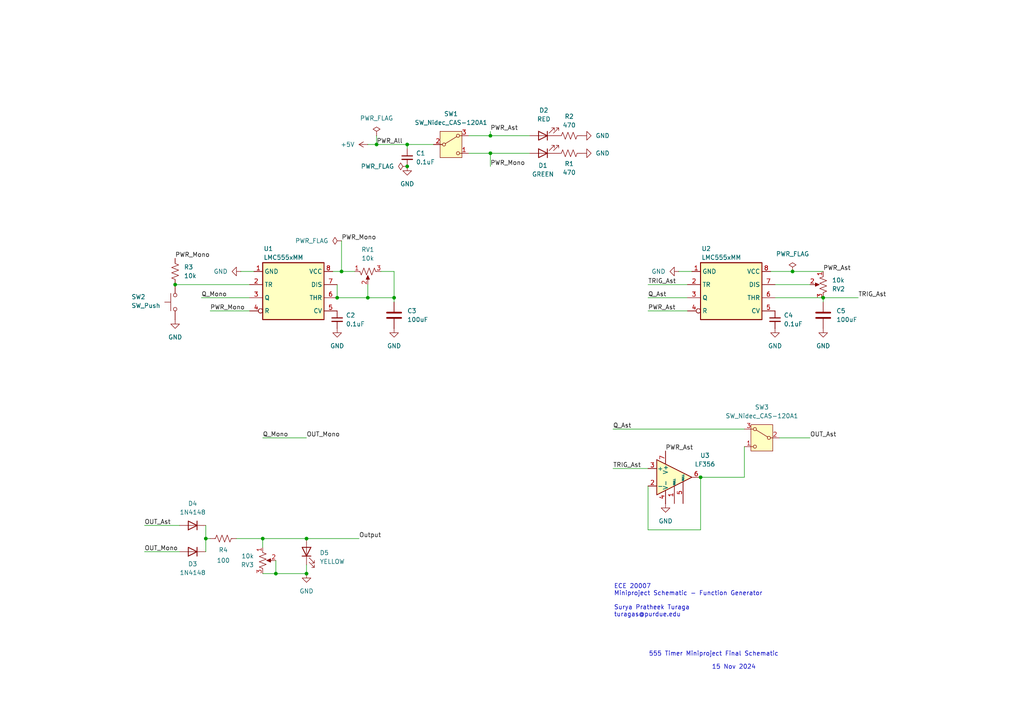
<source format=kicad_sch>
(kicad_sch
	(version 20250114)
	(generator "eeschema")
	(generator_version "9.0")
	(uuid "e86edbf6-ab59-4ebd-b510-34e7f9b378c6")
	(paper "A4")
	(lib_symbols
		(symbol "Amplifier_Operational:LF356"
			(pin_names
				(offset 0.127)
			)
			(exclude_from_sim no)
			(in_bom yes)
			(on_board yes)
			(property "Reference" "U"
				(at 0 6.35 0)
				(effects
					(font
						(size 1.27 1.27)
					)
					(justify left)
				)
			)
			(property "Value" "LF356"
				(at 0 3.81 0)
				(effects
					(font
						(size 1.27 1.27)
					)
					(justify left)
				)
			)
			(property "Footprint" ""
				(at 1.27 1.27 0)
				(effects
					(font
						(size 1.27 1.27)
					)
					(hide yes)
				)
			)
			(property "Datasheet" "http://www.ti.com/lit/ds/symlink/lf357.pdf"
				(at 3.81 3.81 0)
				(effects
					(font
						(size 1.27 1.27)
					)
					(hide yes)
				)
			)
			(property "Description" "Single JFET Input Operational Amplifiers, DIP-8/SOIC-8"
				(at 0 0 0)
				(effects
					(font
						(size 1.27 1.27)
					)
					(hide yes)
				)
			)
			(property "ki_keywords" "single jfet opamp"
				(at 0 0 0)
				(effects
					(font
						(size 1.27 1.27)
					)
					(hide yes)
				)
			)
			(property "ki_fp_filters" "SOIC*3.9x4.9mm*P1.27mm* DIP*W7.62mm* TSSOP*3x3mm*P0.65mm*"
				(at 0 0 0)
				(effects
					(font
						(size 1.27 1.27)
					)
					(hide yes)
				)
			)
			(symbol "LF356_0_1"
				(polyline
					(pts
						(xy -5.08 5.08) (xy 5.08 0) (xy -5.08 -5.08) (xy -5.08 5.08)
					)
					(stroke
						(width 0.254)
						(type default)
					)
					(fill
						(type background)
					)
				)
			)
			(symbol "LF356_1_1"
				(pin input line
					(at -7.62 2.54 0)
					(length 2.54)
					(name "+"
						(effects
							(font
								(size 1.27 1.27)
							)
						)
					)
					(number "3"
						(effects
							(font
								(size 1.27 1.27)
							)
						)
					)
				)
				(pin input line
					(at -7.62 -2.54 0)
					(length 2.54)
					(name "-"
						(effects
							(font
								(size 1.27 1.27)
							)
						)
					)
					(number "2"
						(effects
							(font
								(size 1.27 1.27)
							)
						)
					)
				)
				(pin power_in line
					(at -2.54 7.62 270)
					(length 3.81)
					(name "V+"
						(effects
							(font
								(size 1.27 1.27)
							)
						)
					)
					(number "7"
						(effects
							(font
								(size 1.27 1.27)
							)
						)
					)
				)
				(pin power_in line
					(at -2.54 -7.62 90)
					(length 3.81)
					(name "V-"
						(effects
							(font
								(size 1.27 1.27)
							)
						)
					)
					(number "4"
						(effects
							(font
								(size 1.27 1.27)
							)
						)
					)
				)
				(pin no_connect line
					(at 0 2.54 270)
					(length 2.54)
					(hide yes)
					(name "NC"
						(effects
							(font
								(size 1.27 1.27)
							)
						)
					)
					(number "8"
						(effects
							(font
								(size 1.27 1.27)
							)
						)
					)
				)
				(pin input line
					(at 0 -7.62 90)
					(length 5.08)
					(name "NULL"
						(effects
							(font
								(size 0.508 0.508)
							)
						)
					)
					(number "1"
						(effects
							(font
								(size 1.27 1.27)
							)
						)
					)
				)
				(pin input line
					(at 2.54 -7.62 90)
					(length 6.35)
					(name "NULL"
						(effects
							(font
								(size 0.508 0.508)
							)
						)
					)
					(number "5"
						(effects
							(font
								(size 1.27 1.27)
							)
						)
					)
				)
				(pin output line
					(at 7.62 0 180)
					(length 2.54)
					(name "~"
						(effects
							(font
								(size 1.27 1.27)
							)
						)
					)
					(number "6"
						(effects
							(font
								(size 1.27 1.27)
							)
						)
					)
				)
			)
			(embedded_fonts no)
		)
		(symbol "Device:C"
			(pin_numbers
				(hide yes)
			)
			(pin_names
				(offset 0.254)
			)
			(exclude_from_sim no)
			(in_bom yes)
			(on_board yes)
			(property "Reference" "C"
				(at 0.635 2.54 0)
				(effects
					(font
						(size 1.27 1.27)
					)
					(justify left)
				)
			)
			(property "Value" "C"
				(at 0.635 -2.54 0)
				(effects
					(font
						(size 1.27 1.27)
					)
					(justify left)
				)
			)
			(property "Footprint" ""
				(at 0.9652 -3.81 0)
				(effects
					(font
						(size 1.27 1.27)
					)
					(hide yes)
				)
			)
			(property "Datasheet" "~"
				(at 0 0 0)
				(effects
					(font
						(size 1.27 1.27)
					)
					(hide yes)
				)
			)
			(property "Description" "Unpolarized capacitor"
				(at 0 0 0)
				(effects
					(font
						(size 1.27 1.27)
					)
					(hide yes)
				)
			)
			(property "ki_keywords" "cap capacitor"
				(at 0 0 0)
				(effects
					(font
						(size 1.27 1.27)
					)
					(hide yes)
				)
			)
			(property "ki_fp_filters" "C_*"
				(at 0 0 0)
				(effects
					(font
						(size 1.27 1.27)
					)
					(hide yes)
				)
			)
			(symbol "C_0_1"
				(polyline
					(pts
						(xy -2.032 0.762) (xy 2.032 0.762)
					)
					(stroke
						(width 0.508)
						(type default)
					)
					(fill
						(type none)
					)
				)
				(polyline
					(pts
						(xy -2.032 -0.762) (xy 2.032 -0.762)
					)
					(stroke
						(width 0.508)
						(type default)
					)
					(fill
						(type none)
					)
				)
			)
			(symbol "C_1_1"
				(pin passive line
					(at 0 3.81 270)
					(length 2.794)
					(name "~"
						(effects
							(font
								(size 1.27 1.27)
							)
						)
					)
					(number "1"
						(effects
							(font
								(size 1.27 1.27)
							)
						)
					)
				)
				(pin passive line
					(at 0 -3.81 90)
					(length 2.794)
					(name "~"
						(effects
							(font
								(size 1.27 1.27)
							)
						)
					)
					(number "2"
						(effects
							(font
								(size 1.27 1.27)
							)
						)
					)
				)
			)
			(embedded_fonts no)
		)
		(symbol "Device:C_Small"
			(pin_numbers
				(hide yes)
			)
			(pin_names
				(offset 0.254)
				(hide yes)
			)
			(exclude_from_sim no)
			(in_bom yes)
			(on_board yes)
			(property "Reference" "C"
				(at 0.254 1.778 0)
				(effects
					(font
						(size 1.27 1.27)
					)
					(justify left)
				)
			)
			(property "Value" "C_Small"
				(at 0.254 -2.032 0)
				(effects
					(font
						(size 1.27 1.27)
					)
					(justify left)
				)
			)
			(property "Footprint" ""
				(at 0 0 0)
				(effects
					(font
						(size 1.27 1.27)
					)
					(hide yes)
				)
			)
			(property "Datasheet" "~"
				(at 0 0 0)
				(effects
					(font
						(size 1.27 1.27)
					)
					(hide yes)
				)
			)
			(property "Description" "Unpolarized capacitor, small symbol"
				(at 0 0 0)
				(effects
					(font
						(size 1.27 1.27)
					)
					(hide yes)
				)
			)
			(property "ki_keywords" "capacitor cap"
				(at 0 0 0)
				(effects
					(font
						(size 1.27 1.27)
					)
					(hide yes)
				)
			)
			(property "ki_fp_filters" "C_*"
				(at 0 0 0)
				(effects
					(font
						(size 1.27 1.27)
					)
					(hide yes)
				)
			)
			(symbol "C_Small_0_1"
				(polyline
					(pts
						(xy -1.524 0.508) (xy 1.524 0.508)
					)
					(stroke
						(width 0.3048)
						(type default)
					)
					(fill
						(type none)
					)
				)
				(polyline
					(pts
						(xy -1.524 -0.508) (xy 1.524 -0.508)
					)
					(stroke
						(width 0.3302)
						(type default)
					)
					(fill
						(type none)
					)
				)
			)
			(symbol "C_Small_1_1"
				(pin passive line
					(at 0 2.54 270)
					(length 2.032)
					(name "~"
						(effects
							(font
								(size 1.27 1.27)
							)
						)
					)
					(number "1"
						(effects
							(font
								(size 1.27 1.27)
							)
						)
					)
				)
				(pin passive line
					(at 0 -2.54 90)
					(length 2.032)
					(name "~"
						(effects
							(font
								(size 1.27 1.27)
							)
						)
					)
					(number "2"
						(effects
							(font
								(size 1.27 1.27)
							)
						)
					)
				)
			)
			(embedded_fonts no)
		)
		(symbol "Device:LED"
			(pin_numbers
				(hide yes)
			)
			(pin_names
				(offset 1.016)
				(hide yes)
			)
			(exclude_from_sim no)
			(in_bom yes)
			(on_board yes)
			(property "Reference" "D"
				(at 0 2.54 0)
				(effects
					(font
						(size 1.27 1.27)
					)
				)
			)
			(property "Value" "LED"
				(at 0 -2.54 0)
				(effects
					(font
						(size 1.27 1.27)
					)
				)
			)
			(property "Footprint" ""
				(at 0 0 0)
				(effects
					(font
						(size 1.27 1.27)
					)
					(hide yes)
				)
			)
			(property "Datasheet" "~"
				(at 0 0 0)
				(effects
					(font
						(size 1.27 1.27)
					)
					(hide yes)
				)
			)
			(property "Description" "Light emitting diode"
				(at 0 0 0)
				(effects
					(font
						(size 1.27 1.27)
					)
					(hide yes)
				)
			)
			(property "ki_keywords" "LED diode"
				(at 0 0 0)
				(effects
					(font
						(size 1.27 1.27)
					)
					(hide yes)
				)
			)
			(property "ki_fp_filters" "LED* LED_SMD:* LED_THT:*"
				(at 0 0 0)
				(effects
					(font
						(size 1.27 1.27)
					)
					(hide yes)
				)
			)
			(symbol "LED_0_1"
				(polyline
					(pts
						(xy -3.048 -0.762) (xy -4.572 -2.286) (xy -3.81 -2.286) (xy -4.572 -2.286) (xy -4.572 -1.524)
					)
					(stroke
						(width 0)
						(type default)
					)
					(fill
						(type none)
					)
				)
				(polyline
					(pts
						(xy -1.778 -0.762) (xy -3.302 -2.286) (xy -2.54 -2.286) (xy -3.302 -2.286) (xy -3.302 -1.524)
					)
					(stroke
						(width 0)
						(type default)
					)
					(fill
						(type none)
					)
				)
				(polyline
					(pts
						(xy -1.27 0) (xy 1.27 0)
					)
					(stroke
						(width 0)
						(type default)
					)
					(fill
						(type none)
					)
				)
				(polyline
					(pts
						(xy -1.27 -1.27) (xy -1.27 1.27)
					)
					(stroke
						(width 0.254)
						(type default)
					)
					(fill
						(type none)
					)
				)
				(polyline
					(pts
						(xy 1.27 -1.27) (xy 1.27 1.27) (xy -1.27 0) (xy 1.27 -1.27)
					)
					(stroke
						(width 0.254)
						(type default)
					)
					(fill
						(type none)
					)
				)
			)
			(symbol "LED_1_1"
				(pin passive line
					(at -3.81 0 0)
					(length 2.54)
					(name "K"
						(effects
							(font
								(size 1.27 1.27)
							)
						)
					)
					(number "1"
						(effects
							(font
								(size 1.27 1.27)
							)
						)
					)
				)
				(pin passive line
					(at 3.81 0 180)
					(length 2.54)
					(name "A"
						(effects
							(font
								(size 1.27 1.27)
							)
						)
					)
					(number "2"
						(effects
							(font
								(size 1.27 1.27)
							)
						)
					)
				)
			)
			(embedded_fonts no)
		)
		(symbol "Device:R_Potentiometer_US"
			(pin_names
				(offset 1.016)
				(hide yes)
			)
			(exclude_from_sim no)
			(in_bom yes)
			(on_board yes)
			(property "Reference" "RV"
				(at -4.445 0 90)
				(effects
					(font
						(size 1.27 1.27)
					)
				)
			)
			(property "Value" "R_Potentiometer_US"
				(at -2.54 0 90)
				(effects
					(font
						(size 1.27 1.27)
					)
				)
			)
			(property "Footprint" ""
				(at 0 0 0)
				(effects
					(font
						(size 1.27 1.27)
					)
					(hide yes)
				)
			)
			(property "Datasheet" "~"
				(at 0 0 0)
				(effects
					(font
						(size 1.27 1.27)
					)
					(hide yes)
				)
			)
			(property "Description" "Potentiometer, US symbol"
				(at 0 0 0)
				(effects
					(font
						(size 1.27 1.27)
					)
					(hide yes)
				)
			)
			(property "ki_keywords" "resistor variable"
				(at 0 0 0)
				(effects
					(font
						(size 1.27 1.27)
					)
					(hide yes)
				)
			)
			(property "ki_fp_filters" "Potentiometer*"
				(at 0 0 0)
				(effects
					(font
						(size 1.27 1.27)
					)
					(hide yes)
				)
			)
			(symbol "R_Potentiometer_US_0_1"
				(polyline
					(pts
						(xy 0 2.54) (xy 0 2.286)
					)
					(stroke
						(width 0)
						(type default)
					)
					(fill
						(type none)
					)
				)
				(polyline
					(pts
						(xy 0 2.286) (xy 1.016 1.905) (xy 0 1.524) (xy -1.016 1.143) (xy 0 0.762)
					)
					(stroke
						(width 0)
						(type default)
					)
					(fill
						(type none)
					)
				)
				(polyline
					(pts
						(xy 0 0.762) (xy 1.016 0.381) (xy 0 0) (xy -1.016 -0.381) (xy 0 -0.762)
					)
					(stroke
						(width 0)
						(type default)
					)
					(fill
						(type none)
					)
				)
				(polyline
					(pts
						(xy 0 -0.762) (xy 1.016 -1.143) (xy 0 -1.524) (xy -1.016 -1.905) (xy 0 -2.286)
					)
					(stroke
						(width 0)
						(type default)
					)
					(fill
						(type none)
					)
				)
				(polyline
					(pts
						(xy 0 -2.286) (xy 0 -2.54)
					)
					(stroke
						(width 0)
						(type default)
					)
					(fill
						(type none)
					)
				)
				(polyline
					(pts
						(xy 1.143 0) (xy 2.286 0.508) (xy 2.286 -0.508) (xy 1.143 0)
					)
					(stroke
						(width 0)
						(type default)
					)
					(fill
						(type outline)
					)
				)
				(polyline
					(pts
						(xy 2.54 0) (xy 1.524 0)
					)
					(stroke
						(width 0)
						(type default)
					)
					(fill
						(type none)
					)
				)
			)
			(symbol "R_Potentiometer_US_1_1"
				(pin passive line
					(at 0 3.81 270)
					(length 1.27)
					(name "1"
						(effects
							(font
								(size 1.27 1.27)
							)
						)
					)
					(number "1"
						(effects
							(font
								(size 1.27 1.27)
							)
						)
					)
				)
				(pin passive line
					(at 0 -3.81 90)
					(length 1.27)
					(name "3"
						(effects
							(font
								(size 1.27 1.27)
							)
						)
					)
					(number "3"
						(effects
							(font
								(size 1.27 1.27)
							)
						)
					)
				)
				(pin passive line
					(at 3.81 0 180)
					(length 1.27)
					(name "2"
						(effects
							(font
								(size 1.27 1.27)
							)
						)
					)
					(number "2"
						(effects
							(font
								(size 1.27 1.27)
							)
						)
					)
				)
			)
			(embedded_fonts no)
		)
		(symbol "Device:R_US"
			(pin_numbers
				(hide yes)
			)
			(pin_names
				(offset 0)
			)
			(exclude_from_sim no)
			(in_bom yes)
			(on_board yes)
			(property "Reference" "R"
				(at 2.54 0 90)
				(effects
					(font
						(size 1.27 1.27)
					)
				)
			)
			(property "Value" "R_US"
				(at -2.54 0 90)
				(effects
					(font
						(size 1.27 1.27)
					)
				)
			)
			(property "Footprint" ""
				(at 1.016 -0.254 90)
				(effects
					(font
						(size 1.27 1.27)
					)
					(hide yes)
				)
			)
			(property "Datasheet" "~"
				(at 0 0 0)
				(effects
					(font
						(size 1.27 1.27)
					)
					(hide yes)
				)
			)
			(property "Description" "Resistor, US symbol"
				(at 0 0 0)
				(effects
					(font
						(size 1.27 1.27)
					)
					(hide yes)
				)
			)
			(property "ki_keywords" "R res resistor"
				(at 0 0 0)
				(effects
					(font
						(size 1.27 1.27)
					)
					(hide yes)
				)
			)
			(property "ki_fp_filters" "R_*"
				(at 0 0 0)
				(effects
					(font
						(size 1.27 1.27)
					)
					(hide yes)
				)
			)
			(symbol "R_US_0_1"
				(polyline
					(pts
						(xy 0 2.286) (xy 0 2.54)
					)
					(stroke
						(width 0)
						(type default)
					)
					(fill
						(type none)
					)
				)
				(polyline
					(pts
						(xy 0 2.286) (xy 1.016 1.905) (xy 0 1.524) (xy -1.016 1.143) (xy 0 0.762)
					)
					(stroke
						(width 0)
						(type default)
					)
					(fill
						(type none)
					)
				)
				(polyline
					(pts
						(xy 0 0.762) (xy 1.016 0.381) (xy 0 0) (xy -1.016 -0.381) (xy 0 -0.762)
					)
					(stroke
						(width 0)
						(type default)
					)
					(fill
						(type none)
					)
				)
				(polyline
					(pts
						(xy 0 -0.762) (xy 1.016 -1.143) (xy 0 -1.524) (xy -1.016 -1.905) (xy 0 -2.286)
					)
					(stroke
						(width 0)
						(type default)
					)
					(fill
						(type none)
					)
				)
				(polyline
					(pts
						(xy 0 -2.286) (xy 0 -2.54)
					)
					(stroke
						(width 0)
						(type default)
					)
					(fill
						(type none)
					)
				)
			)
			(symbol "R_US_1_1"
				(pin passive line
					(at 0 3.81 270)
					(length 1.27)
					(name "~"
						(effects
							(font
								(size 1.27 1.27)
							)
						)
					)
					(number "1"
						(effects
							(font
								(size 1.27 1.27)
							)
						)
					)
				)
				(pin passive line
					(at 0 -3.81 90)
					(length 1.27)
					(name "~"
						(effects
							(font
								(size 1.27 1.27)
							)
						)
					)
					(number "2"
						(effects
							(font
								(size 1.27 1.27)
							)
						)
					)
				)
			)
			(embedded_fonts no)
		)
		(symbol "Diode:1N4148"
			(pin_numbers
				(hide yes)
			)
			(pin_names
				(hide yes)
			)
			(exclude_from_sim no)
			(in_bom yes)
			(on_board yes)
			(property "Reference" "D"
				(at 0 2.54 0)
				(effects
					(font
						(size 1.27 1.27)
					)
				)
			)
			(property "Value" "1N4148"
				(at 0 -2.54 0)
				(effects
					(font
						(size 1.27 1.27)
					)
				)
			)
			(property "Footprint" "Diode_THT:D_DO-35_SOD27_P7.62mm_Horizontal"
				(at 0 0 0)
				(effects
					(font
						(size 1.27 1.27)
					)
					(hide yes)
				)
			)
			(property "Datasheet" "https://assets.nexperia.com/documents/data-sheet/1N4148_1N4448.pdf"
				(at 0 0 0)
				(effects
					(font
						(size 1.27 1.27)
					)
					(hide yes)
				)
			)
			(property "Description" "100V 0.15A standard switching diode, DO-35"
				(at 0 0 0)
				(effects
					(font
						(size 1.27 1.27)
					)
					(hide yes)
				)
			)
			(property "Sim.Device" "D"
				(at 0 0 0)
				(effects
					(font
						(size 1.27 1.27)
					)
					(hide yes)
				)
			)
			(property "Sim.Pins" "1=K 2=A"
				(at 0 0 0)
				(effects
					(font
						(size 1.27 1.27)
					)
					(hide yes)
				)
			)
			(property "ki_keywords" "diode"
				(at 0 0 0)
				(effects
					(font
						(size 1.27 1.27)
					)
					(hide yes)
				)
			)
			(property "ki_fp_filters" "D*DO?35*"
				(at 0 0 0)
				(effects
					(font
						(size 1.27 1.27)
					)
					(hide yes)
				)
			)
			(symbol "1N4148_0_1"
				(polyline
					(pts
						(xy -1.27 1.27) (xy -1.27 -1.27)
					)
					(stroke
						(width 0.254)
						(type default)
					)
					(fill
						(type none)
					)
				)
				(polyline
					(pts
						(xy 1.27 1.27) (xy 1.27 -1.27) (xy -1.27 0) (xy 1.27 1.27)
					)
					(stroke
						(width 0.254)
						(type default)
					)
					(fill
						(type none)
					)
				)
				(polyline
					(pts
						(xy 1.27 0) (xy -1.27 0)
					)
					(stroke
						(width 0)
						(type default)
					)
					(fill
						(type none)
					)
				)
			)
			(symbol "1N4148_1_1"
				(pin passive line
					(at -3.81 0 0)
					(length 2.54)
					(name "K"
						(effects
							(font
								(size 1.27 1.27)
							)
						)
					)
					(number "1"
						(effects
							(font
								(size 1.27 1.27)
							)
						)
					)
				)
				(pin passive line
					(at 3.81 0 180)
					(length 2.54)
					(name "A"
						(effects
							(font
								(size 1.27 1.27)
							)
						)
					)
					(number "2"
						(effects
							(font
								(size 1.27 1.27)
							)
						)
					)
				)
			)
			(embedded_fonts no)
		)
		(symbol "LMC555xMM_1"
			(exclude_from_sim no)
			(in_bom yes)
			(on_board yes)
			(property "Reference" "U1"
				(at -8.636 12.954 0)
				(effects
					(font
						(size 1.27 1.27)
					)
					(justify left)
				)
			)
			(property "Value" "LMC555xMM"
				(at -8.636 10.414 0)
				(effects
					(font
						(size 1.27 1.27)
					)
					(justify left)
				)
			)
			(property "Footprint" "Package_SO:VSSOP-8_3x3mm_P0.65mm"
				(at 16.51 -10.16 0)
				(effects
					(font
						(size 1.27 1.27)
					)
					(hide yes)
				)
			)
			(property "Datasheet" "http://www.ti.com/lit/ds/symlink/lmc555.pdf"
				(at 21.59 -10.16 0)
				(effects
					(font
						(size 1.27 1.27)
					)
					(hide yes)
				)
			)
			(property "Description" "CMOS Timer, 555 compatible, VSSOP-8"
				(at 0 -0.254 0)
				(effects
					(font
						(size 1.27 1.27)
					)
					(hide yes)
				)
			)
			(property "ki_keywords" "single timer 555"
				(at 0 0 0)
				(effects
					(font
						(size 1.27 1.27)
					)
					(hide yes)
				)
			)
			(property "ki_fp_filters" "*VSSOP*3x3mm*P0.65mm*"
				(at 0 0 0)
				(effects
					(font
						(size 1.27 1.27)
					)
					(hide yes)
				)
			)
			(symbol "LMC555xMM_1_0_1"
				(rectangle
					(start -8.89 8.89)
					(end 8.89 -7.62)
					(stroke
						(width 0.254)
						(type default)
					)
					(fill
						(type background)
					)
				)
				(rectangle
					(start -8.89 8.89)
					(end 8.89 -7.62)
					(stroke
						(width 0.254)
						(type default)
					)
					(fill
						(type background)
					)
				)
			)
			(symbol "LMC555xMM_1_1_0"
				(pin power_in line
					(at -11.43 6.35 0)
					(length 2.54)
					(name "GND"
						(effects
							(font
								(size 1.27 1.27)
							)
						)
					)
					(number "1"
						(effects
							(font
								(size 1.27 1.27)
							)
						)
					)
				)
				(pin power_in line
					(at 11.43 6.35 180)
					(length 2.54)
					(name "VCC"
						(effects
							(font
								(size 1.27 1.27)
							)
						)
					)
					(number "8"
						(effects
							(font
								(size 1.27 1.27)
							)
						)
					)
				)
			)
			(symbol "LMC555xMM_1_1_1"
				(pin input line
					(at -12.7 2.54 0)
					(length 3.81)
					(name "TR"
						(effects
							(font
								(size 1.27 1.27)
							)
						)
					)
					(number "2"
						(effects
							(font
								(size 1.27 1.27)
							)
						)
					)
				)
				(pin output line
					(at -12.7 -1.27 0)
					(length 3.81)
					(name "Q"
						(effects
							(font
								(size 1.27 1.27)
							)
						)
					)
					(number "3"
						(effects
							(font
								(size 1.27 1.27)
							)
						)
					)
				)
				(pin input inverted
					(at -12.7 -5.08 0)
					(length 3.81)
					(name "R"
						(effects
							(font
								(size 1.27 1.27)
							)
						)
					)
					(number "4"
						(effects
							(font
								(size 1.27 1.27)
							)
						)
					)
				)
				(pin input line
					(at 12.7 2.54 180)
					(length 3.81)
					(name "DIS"
						(effects
							(font
								(size 1.27 1.27)
							)
						)
					)
					(number "7"
						(effects
							(font
								(size 1.27 1.27)
							)
						)
					)
				)
				(pin input line
					(at 12.7 -1.27 180)
					(length 3.81)
					(name "THR"
						(effects
							(font
								(size 1.27 1.27)
							)
						)
					)
					(number "6"
						(effects
							(font
								(size 1.27 1.27)
							)
						)
					)
				)
				(pin input line
					(at 12.7 -5.08 180)
					(length 3.81)
					(name "CV"
						(effects
							(font
								(size 1.27 1.27)
							)
						)
					)
					(number "5"
						(effects
							(font
								(size 1.27 1.27)
							)
						)
					)
				)
			)
			(embedded_fonts no)
		)
		(symbol "Switch:SW_Nidec_CAS-120A1"
			(pin_names
				(offset 1)
				(hide yes)
			)
			(exclude_from_sim no)
			(in_bom yes)
			(on_board yes)
			(property "Reference" "SW"
				(at 0 4.318 0)
				(effects
					(font
						(size 1.27 1.27)
					)
				)
			)
			(property "Value" "SW_Nidec_CAS-120A1"
				(at 0 -5.08 0)
				(effects
					(font
						(size 1.27 1.27)
					)
				)
			)
			(property "Footprint" "Button_Switch_SMD:Nidec_Copal_CAS-120A"
				(at 0 -10.16 0)
				(effects
					(font
						(size 1.27 1.27)
					)
					(hide yes)
				)
			)
			(property "Datasheet" "https://www.nidec-components.com/e/catalog/switch/cas.pdf"
				(at 0 -7.62 0)
				(effects
					(font
						(size 1.27 1.27)
					)
					(hide yes)
				)
			)
			(property "Description" "Switch, single pole double throw"
				(at 0 0 0)
				(effects
					(font
						(size 1.27 1.27)
					)
					(hide yes)
				)
			)
			(property "ki_keywords" "switch single-pole double-throw spdt ON-ON"
				(at 0 0 0)
				(effects
					(font
						(size 1.27 1.27)
					)
					(hide yes)
				)
			)
			(property "ki_fp_filters" "*Nidec?Copal?CAS?120A*"
				(at 0 0 0)
				(effects
					(font
						(size 1.27 1.27)
					)
					(hide yes)
				)
			)
			(symbol "SW_Nidec_CAS-120A1_0_1"
				(circle
					(center -2.032 0)
					(radius 0.4572)
					(stroke
						(width 0)
						(type default)
					)
					(fill
						(type none)
					)
				)
				(polyline
					(pts
						(xy -1.651 0.254) (xy 1.651 2.286)
					)
					(stroke
						(width 0)
						(type default)
					)
					(fill
						(type none)
					)
				)
				(circle
					(center 2.032 2.54)
					(radius 0.4572)
					(stroke
						(width 0)
						(type default)
					)
					(fill
						(type none)
					)
				)
				(circle
					(center 2.032 -2.54)
					(radius 0.4572)
					(stroke
						(width 0)
						(type default)
					)
					(fill
						(type none)
					)
				)
			)
			(symbol "SW_Nidec_CAS-120A1_1_1"
				(rectangle
					(start -3.175 3.81)
					(end 3.175 -3.81)
					(stroke
						(width 0)
						(type default)
					)
					(fill
						(type background)
					)
				)
				(pin passive line
					(at -5.08 0 0)
					(length 2.54)
					(name "B"
						(effects
							(font
								(size 1.27 1.27)
							)
						)
					)
					(number "2"
						(effects
							(font
								(size 1.27 1.27)
							)
						)
					)
				)
				(pin passive line
					(at 5.08 2.54 180)
					(length 2.54)
					(name "A"
						(effects
							(font
								(size 1.27 1.27)
							)
						)
					)
					(number "3"
						(effects
							(font
								(size 1.27 1.27)
							)
						)
					)
				)
				(pin passive line
					(at 5.08 -2.54 180)
					(length 2.54)
					(name "C"
						(effects
							(font
								(size 1.27 1.27)
							)
						)
					)
					(number "1"
						(effects
							(font
								(size 1.27 1.27)
							)
						)
					)
				)
			)
			(embedded_fonts no)
		)
		(symbol "Switch:SW_Push"
			(pin_numbers
				(hide yes)
			)
			(pin_names
				(offset 1.016)
				(hide yes)
			)
			(exclude_from_sim no)
			(in_bom yes)
			(on_board yes)
			(property "Reference" "SW"
				(at 1.27 2.54 0)
				(effects
					(font
						(size 1.27 1.27)
					)
					(justify left)
				)
			)
			(property "Value" "SW_Push"
				(at 0 -1.524 0)
				(effects
					(font
						(size 1.27 1.27)
					)
				)
			)
			(property "Footprint" ""
				(at 0 5.08 0)
				(effects
					(font
						(size 1.27 1.27)
					)
					(hide yes)
				)
			)
			(property "Datasheet" "~"
				(at 0 5.08 0)
				(effects
					(font
						(size 1.27 1.27)
					)
					(hide yes)
				)
			)
			(property "Description" "Push button switch, generic, two pins"
				(at 0 0 0)
				(effects
					(font
						(size 1.27 1.27)
					)
					(hide yes)
				)
			)
			(property "ki_keywords" "switch normally-open pushbutton push-button"
				(at 0 0 0)
				(effects
					(font
						(size 1.27 1.27)
					)
					(hide yes)
				)
			)
			(symbol "SW_Push_0_1"
				(circle
					(center -2.032 0)
					(radius 0.508)
					(stroke
						(width 0)
						(type default)
					)
					(fill
						(type none)
					)
				)
				(polyline
					(pts
						(xy 0 1.27) (xy 0 3.048)
					)
					(stroke
						(width 0)
						(type default)
					)
					(fill
						(type none)
					)
				)
				(circle
					(center 2.032 0)
					(radius 0.508)
					(stroke
						(width 0)
						(type default)
					)
					(fill
						(type none)
					)
				)
				(polyline
					(pts
						(xy 2.54 1.27) (xy -2.54 1.27)
					)
					(stroke
						(width 0)
						(type default)
					)
					(fill
						(type none)
					)
				)
				(pin passive line
					(at -5.08 0 0)
					(length 2.54)
					(name "1"
						(effects
							(font
								(size 1.27 1.27)
							)
						)
					)
					(number "1"
						(effects
							(font
								(size 1.27 1.27)
							)
						)
					)
				)
				(pin passive line
					(at 5.08 0 180)
					(length 2.54)
					(name "2"
						(effects
							(font
								(size 1.27 1.27)
							)
						)
					)
					(number "2"
						(effects
							(font
								(size 1.27 1.27)
							)
						)
					)
				)
			)
			(embedded_fonts no)
		)
		(symbol "power:+5V"
			(power)
			(pin_numbers
				(hide yes)
			)
			(pin_names
				(offset 0)
				(hide yes)
			)
			(exclude_from_sim no)
			(in_bom yes)
			(on_board yes)
			(property "Reference" "#PWR"
				(at 0 -3.81 0)
				(effects
					(font
						(size 1.27 1.27)
					)
					(hide yes)
				)
			)
			(property "Value" "+5V"
				(at 0 3.556 0)
				(effects
					(font
						(size 1.27 1.27)
					)
				)
			)
			(property "Footprint" ""
				(at 0 0 0)
				(effects
					(font
						(size 1.27 1.27)
					)
					(hide yes)
				)
			)
			(property "Datasheet" ""
				(at 0 0 0)
				(effects
					(font
						(size 1.27 1.27)
					)
					(hide yes)
				)
			)
			(property "Description" "Power symbol creates a global label with name \"+5V\""
				(at 0 0 0)
				(effects
					(font
						(size 1.27 1.27)
					)
					(hide yes)
				)
			)
			(property "ki_keywords" "global power"
				(at 0 0 0)
				(effects
					(font
						(size 1.27 1.27)
					)
					(hide yes)
				)
			)
			(symbol "+5V_0_1"
				(polyline
					(pts
						(xy -0.762 1.27) (xy 0 2.54)
					)
					(stroke
						(width 0)
						(type default)
					)
					(fill
						(type none)
					)
				)
				(polyline
					(pts
						(xy 0 2.54) (xy 0.762 1.27)
					)
					(stroke
						(width 0)
						(type default)
					)
					(fill
						(type none)
					)
				)
				(polyline
					(pts
						(xy 0 0) (xy 0 2.54)
					)
					(stroke
						(width 0)
						(type default)
					)
					(fill
						(type none)
					)
				)
			)
			(symbol "+5V_1_1"
				(pin power_in line
					(at 0 0 90)
					(length 0)
					(name "~"
						(effects
							(font
								(size 1.27 1.27)
							)
						)
					)
					(number "1"
						(effects
							(font
								(size 1.27 1.27)
							)
						)
					)
				)
			)
			(embedded_fonts no)
		)
		(symbol "power:GND"
			(power)
			(pin_numbers
				(hide yes)
			)
			(pin_names
				(offset 0)
				(hide yes)
			)
			(exclude_from_sim no)
			(in_bom yes)
			(on_board yes)
			(property "Reference" "#PWR"
				(at 0 -6.35 0)
				(effects
					(font
						(size 1.27 1.27)
					)
					(hide yes)
				)
			)
			(property "Value" "GND"
				(at 0 -3.81 0)
				(effects
					(font
						(size 1.27 1.27)
					)
				)
			)
			(property "Footprint" ""
				(at 0 0 0)
				(effects
					(font
						(size 1.27 1.27)
					)
					(hide yes)
				)
			)
			(property "Datasheet" ""
				(at 0 0 0)
				(effects
					(font
						(size 1.27 1.27)
					)
					(hide yes)
				)
			)
			(property "Description" "Power symbol creates a global label with name \"GND\" , ground"
				(at 0 0 0)
				(effects
					(font
						(size 1.27 1.27)
					)
					(hide yes)
				)
			)
			(property "ki_keywords" "global power"
				(at 0 0 0)
				(effects
					(font
						(size 1.27 1.27)
					)
					(hide yes)
				)
			)
			(symbol "GND_0_1"
				(polyline
					(pts
						(xy 0 0) (xy 0 -1.27) (xy 1.27 -1.27) (xy 0 -2.54) (xy -1.27 -1.27) (xy 0 -1.27)
					)
					(stroke
						(width 0)
						(type default)
					)
					(fill
						(type none)
					)
				)
			)
			(symbol "GND_1_1"
				(pin power_in line
					(at 0 0 270)
					(length 0)
					(name "~"
						(effects
							(font
								(size 1.27 1.27)
							)
						)
					)
					(number "1"
						(effects
							(font
								(size 1.27 1.27)
							)
						)
					)
				)
			)
			(embedded_fonts no)
		)
		(symbol "power:PWR_FLAG"
			(power)
			(pin_numbers
				(hide yes)
			)
			(pin_names
				(offset 0)
				(hide yes)
			)
			(exclude_from_sim no)
			(in_bom yes)
			(on_board yes)
			(property "Reference" "#FLG"
				(at 0 1.905 0)
				(effects
					(font
						(size 1.27 1.27)
					)
					(hide yes)
				)
			)
			(property "Value" "PWR_FLAG"
				(at 0 3.81 0)
				(effects
					(font
						(size 1.27 1.27)
					)
				)
			)
			(property "Footprint" ""
				(at 0 0 0)
				(effects
					(font
						(size 1.27 1.27)
					)
					(hide yes)
				)
			)
			(property "Datasheet" "~"
				(at 0 0 0)
				(effects
					(font
						(size 1.27 1.27)
					)
					(hide yes)
				)
			)
			(property "Description" "Special symbol for telling ERC where power comes from"
				(at 0 0 0)
				(effects
					(font
						(size 1.27 1.27)
					)
					(hide yes)
				)
			)
			(property "ki_keywords" "flag power"
				(at 0 0 0)
				(effects
					(font
						(size 1.27 1.27)
					)
					(hide yes)
				)
			)
			(symbol "PWR_FLAG_0_0"
				(pin power_out line
					(at 0 0 90)
					(length 0)
					(name "~"
						(effects
							(font
								(size 1.27 1.27)
							)
						)
					)
					(number "1"
						(effects
							(font
								(size 1.27 1.27)
							)
						)
					)
				)
			)
			(symbol "PWR_FLAG_0_1"
				(polyline
					(pts
						(xy 0 0) (xy 0 1.27) (xy -1.016 1.905) (xy 0 2.54) (xy 1.016 1.905) (xy 0 1.27)
					)
					(stroke
						(width 0)
						(type default)
					)
					(fill
						(type none)
					)
				)
			)
			(embedded_fonts no)
		)
	)
	(text "15 Nov 2024"
		(exclude_from_sim no)
		(at 212.852 193.548 0)
		(effects
			(font
				(size 1.27 1.27)
			)
		)
		(uuid "0cd57965-29bf-42f3-96ec-6df5aad4fa9b")
	)
	(text "555 Timer Miniproject Final Schematic\n"
		(exclude_from_sim no)
		(at 207.01 189.738 0)
		(effects
			(font
				(size 1.27 1.27)
			)
		)
		(uuid "bce17ab1-10be-4aad-96f0-c9a4f0894254")
	)
	(text "ECE 20007\nMiniproject Schematic - Function Generator\n\nSurya Pratheek Turaga \nturagas@purdue.edu\n"
		(exclude_from_sim no)
		(at 178.054 169.418 0)
		(effects
			(font
				(size 1.27 1.27)
			)
			(justify left top)
		)
		(uuid "c4df250b-4a61-4db9-b161-93d632bab793")
	)
	(junction
		(at 203.2 138.43)
		(diameter 0)
		(color 0 0 0 0)
		(uuid "0a57e916-4968-4657-b313-e2aff033e789")
	)
	(junction
		(at 109.22 41.91)
		(diameter 0)
		(color 0 0 0 0)
		(uuid "160e6b57-4431-486d-ae8e-2ffb511ed620")
	)
	(junction
		(at 88.9 156.21)
		(diameter 0)
		(color 0 0 0 0)
		(uuid "19363b5d-89a6-4fd1-8c0a-95ec2648fca6")
	)
	(junction
		(at 238.76 86.36)
		(diameter 0)
		(color 0 0 0 0)
		(uuid "1ad1511a-e3a4-48cf-ac4f-5b163615a7a5")
	)
	(junction
		(at 59.69 156.21)
		(diameter 0)
		(color 0 0 0 0)
		(uuid "1c78b237-6062-4eae-9d40-61c0dfc257fe")
	)
	(junction
		(at 88.9 166.37)
		(diameter 0)
		(color 0 0 0 0)
		(uuid "47343460-17a6-4133-8ea3-45cdb8d15a53")
	)
	(junction
		(at 118.11 41.91)
		(diameter 0)
		(color 0 0 0 0)
		(uuid "4a0828b3-3a3e-4e2e-83f7-2bfc522d44da")
	)
	(junction
		(at 97.79 86.36)
		(diameter 0)
		(color 0 0 0 0)
		(uuid "52b6ceea-6efc-4189-9f3e-2ad5ec670557")
	)
	(junction
		(at 106.68 86.36)
		(diameter 0)
		(color 0 0 0 0)
		(uuid "5af58355-ef51-4c31-8c8b-6e9e6dc652ef")
	)
	(junction
		(at 80.01 166.37)
		(diameter 0)
		(color 0 0 0 0)
		(uuid "66291661-9f03-4ffd-b4ad-6a14bcc2ff79")
	)
	(junction
		(at 142.24 39.37)
		(diameter 0)
		(color 0 0 0 0)
		(uuid "705f5e00-1298-4c94-a5e7-f0581c9a24ad")
	)
	(junction
		(at 99.06 78.74)
		(diameter 0)
		(color 0 0 0 0)
		(uuid "743f26a6-c7d2-42b0-8eaf-8700ad216844")
	)
	(junction
		(at 229.87 78.74)
		(diameter 0)
		(color 0 0 0 0)
		(uuid "7915b0ec-d815-41cc-a899-c67d5a4e64f0")
	)
	(junction
		(at 118.11 48.26)
		(diameter 0)
		(color 0 0 0 0)
		(uuid "b314fdff-7de8-45cd-b3f2-22fd29a77113")
	)
	(junction
		(at 50.8 82.55)
		(diameter 0)
		(color 0 0 0 0)
		(uuid "b473e2d4-df68-4e69-9fc6-ba630990ab98")
	)
	(junction
		(at 114.3 86.36)
		(diameter 0)
		(color 0 0 0 0)
		(uuid "d67f9a39-d298-4302-87b9-3dc583a9306a")
	)
	(junction
		(at 76.2 156.21)
		(diameter 0)
		(color 0 0 0 0)
		(uuid "db9386a4-a62f-4b46-9ea7-8c9c5dc1ea5f")
	)
	(junction
		(at 142.24 44.45)
		(diameter 0)
		(color 0 0 0 0)
		(uuid "e8de805d-6919-4226-abfb-c3de4bcc7947")
	)
	(wire
		(pts
			(xy 41.91 160.02) (xy 52.07 160.02)
		)
		(stroke
			(width 0)
			(type default)
		)
		(uuid "0750a09a-f740-4490-9de7-7d0a5bb55590")
	)
	(wire
		(pts
			(xy 60.96 156.21) (xy 59.69 156.21)
		)
		(stroke
			(width 0)
			(type default)
		)
		(uuid "0b816148-7ec1-4798-a93f-98801c19a86e")
	)
	(wire
		(pts
			(xy 109.22 39.37) (xy 109.22 41.91)
		)
		(stroke
			(width 0)
			(type default)
		)
		(uuid "0be12ccc-23c8-46f0-989b-fe6605da4936")
	)
	(wire
		(pts
			(xy 142.24 48.26) (xy 142.24 44.45)
		)
		(stroke
			(width 0)
			(type default)
		)
		(uuid "0d0d738a-072f-4720-b204-afff10824b7d")
	)
	(wire
		(pts
			(xy 118.11 41.91) (xy 125.73 41.91)
		)
		(stroke
			(width 0)
			(type default)
		)
		(uuid "1f47bc19-32d1-4b63-a6d9-e9ef269f5e7f")
	)
	(wire
		(pts
			(xy 187.96 86.36) (xy 199.39 86.36)
		)
		(stroke
			(width 0)
			(type default)
		)
		(uuid "25c62613-6fc4-491e-aad3-fda5d377db76")
	)
	(wire
		(pts
			(xy 88.9 156.21) (xy 104.14 156.21)
		)
		(stroke
			(width 0)
			(type default)
		)
		(uuid "2d554e43-2299-4907-88dd-4896def56db1")
	)
	(wire
		(pts
			(xy 118.11 41.91) (xy 109.22 41.91)
		)
		(stroke
			(width 0)
			(type default)
		)
		(uuid "2ee99a41-16f5-4694-9287-1597ac3e0849")
	)
	(wire
		(pts
			(xy 99.06 78.74) (xy 102.87 78.74)
		)
		(stroke
			(width 0)
			(type default)
		)
		(uuid "3137893c-6919-4945-83e5-76734b8821a7")
	)
	(wire
		(pts
			(xy 223.52 78.74) (xy 229.87 78.74)
		)
		(stroke
			(width 0)
			(type default)
		)
		(uuid "352a3ea7-bc02-4c9c-ab7d-0cb6ee5496df")
	)
	(wire
		(pts
			(xy 80.01 166.37) (xy 88.9 166.37)
		)
		(stroke
			(width 0)
			(type default)
		)
		(uuid "3aef9ac7-ba9b-423e-8bc8-bfc0c782464c")
	)
	(wire
		(pts
			(xy 59.69 160.02) (xy 59.69 156.21)
		)
		(stroke
			(width 0)
			(type default)
		)
		(uuid "3db7e444-1ea0-4a97-bdc7-9ba0f9d5a351")
	)
	(wire
		(pts
			(xy 224.79 82.55) (xy 234.95 82.55)
		)
		(stroke
			(width 0)
			(type default)
		)
		(uuid "42f08abd-6f33-4a2d-814a-bd002db9cd34")
	)
	(wire
		(pts
			(xy 41.91 152.4) (xy 52.07 152.4)
		)
		(stroke
			(width 0)
			(type default)
		)
		(uuid "42f32a20-76e8-4814-bcc1-5638cb1554fc")
	)
	(wire
		(pts
			(xy 106.68 41.91) (xy 109.22 41.91)
		)
		(stroke
			(width 0)
			(type default)
		)
		(uuid "4cc9a153-5d70-4c31-a1f1-d9d5e5b316bb")
	)
	(wire
		(pts
			(xy 69.85 78.74) (xy 73.66 78.74)
		)
		(stroke
			(width 0)
			(type default)
		)
		(uuid "4d63da00-dbc5-4cd0-8823-92ab83eae051")
	)
	(wire
		(pts
			(xy 238.76 87.63) (xy 238.76 86.36)
		)
		(stroke
			(width 0)
			(type default)
		)
		(uuid "4f763358-b3ea-4c92-a057-1cfab0db95a7")
	)
	(wire
		(pts
			(xy 59.69 152.4) (xy 59.69 156.21)
		)
		(stroke
			(width 0)
			(type default)
		)
		(uuid "50cdb920-2b5f-4ab4-b757-47f03e585dce")
	)
	(wire
		(pts
			(xy 203.2 153.67) (xy 203.2 138.43)
		)
		(stroke
			(width 0)
			(type default)
		)
		(uuid "5f47452e-972e-4fdf-acae-2be07af03cdc")
	)
	(wire
		(pts
			(xy 135.89 39.37) (xy 142.24 39.37)
		)
		(stroke
			(width 0)
			(type default)
		)
		(uuid "6326ff86-28bd-4cf0-b261-d4a405710bb0")
	)
	(wire
		(pts
			(xy 142.24 38.1) (xy 142.24 39.37)
		)
		(stroke
			(width 0)
			(type default)
		)
		(uuid "63430699-079a-4ca2-8355-db786d6b3157")
	)
	(wire
		(pts
			(xy 224.79 86.36) (xy 238.76 86.36)
		)
		(stroke
			(width 0)
			(type default)
		)
		(uuid "68b26e17-60bd-4692-8163-d120ad9d5e76")
	)
	(wire
		(pts
			(xy 229.87 78.74) (xy 238.76 78.74)
		)
		(stroke
			(width 0)
			(type default)
		)
		(uuid "6a5b8286-3b5d-437b-9759-a05538ac49c6")
	)
	(wire
		(pts
			(xy 187.96 90.17) (xy 199.39 90.17)
		)
		(stroke
			(width 0)
			(type default)
		)
		(uuid "73613ff2-1008-4db8-b7fc-4742af009e1e")
	)
	(wire
		(pts
			(xy 68.58 156.21) (xy 76.2 156.21)
		)
		(stroke
			(width 0)
			(type default)
		)
		(uuid "7373007d-ce12-4a2e-8b76-1889a2a0bdd1")
	)
	(wire
		(pts
			(xy 114.3 78.74) (xy 114.3 86.36)
		)
		(stroke
			(width 0)
			(type default)
		)
		(uuid "7454f2e2-3770-49f1-8253-3e51643c7754")
	)
	(wire
		(pts
			(xy 177.8 135.89) (xy 187.96 135.89)
		)
		(stroke
			(width 0)
			(type default)
		)
		(uuid "774de440-2994-4b77-85a5-7ad439f088ce")
	)
	(wire
		(pts
			(xy 58.42 86.36) (xy 72.39 86.36)
		)
		(stroke
			(width 0)
			(type default)
		)
		(uuid "7d2783f1-a91f-4774-a604-af8244bd50e6")
	)
	(wire
		(pts
			(xy 50.8 82.55) (xy 72.39 82.55)
		)
		(stroke
			(width 0)
			(type default)
		)
		(uuid "80accdc5-8c33-4a73-a40a-9070b53e140f")
	)
	(wire
		(pts
			(xy 97.79 82.55) (xy 97.79 86.36)
		)
		(stroke
			(width 0)
			(type default)
		)
		(uuid "8756ec21-fb15-42a9-8e96-21af82d0ebc3")
	)
	(wire
		(pts
			(xy 142.24 39.37) (xy 153.67 39.37)
		)
		(stroke
			(width 0)
			(type default)
		)
		(uuid "8ad89882-d176-4803-9f2e-9a2bfdfcd74c")
	)
	(wire
		(pts
			(xy 99.06 69.85) (xy 99.06 78.74)
		)
		(stroke
			(width 0)
			(type default)
		)
		(uuid "8ca1ec3c-d69f-4778-8d4b-95f29439aec9")
	)
	(wire
		(pts
			(xy 60.96 90.17) (xy 72.39 90.17)
		)
		(stroke
			(width 0)
			(type default)
		)
		(uuid "9dc9fd34-641e-4115-96bb-e23f8a47b790")
	)
	(wire
		(pts
			(xy 114.3 78.74) (xy 110.49 78.74)
		)
		(stroke
			(width 0)
			(type default)
		)
		(uuid "a201ed9f-8f69-4f19-90b5-0d52a1ea5a2c")
	)
	(wire
		(pts
			(xy 215.9 138.43) (xy 203.2 138.43)
		)
		(stroke
			(width 0)
			(type default)
		)
		(uuid "a20b9e8a-6638-4dab-a61d-265c37171e14")
	)
	(wire
		(pts
			(xy 142.24 44.45) (xy 135.89 44.45)
		)
		(stroke
			(width 0)
			(type default)
		)
		(uuid "a502f6ed-1594-431b-9294-123a2f2f76a9")
	)
	(wire
		(pts
			(xy 187.96 153.67) (xy 203.2 153.67)
		)
		(stroke
			(width 0)
			(type default)
		)
		(uuid "ab677e12-4d9e-4557-ae57-b80b99a7a849")
	)
	(wire
		(pts
			(xy 80.01 162.56) (xy 80.01 166.37)
		)
		(stroke
			(width 0)
			(type default)
		)
		(uuid "abcb0cba-1340-4137-bca1-94860a39827c")
	)
	(wire
		(pts
			(xy 76.2 127) (xy 88.9 127)
		)
		(stroke
			(width 0)
			(type default)
		)
		(uuid "aec78d6a-3e0d-42c4-9499-3e1b0c31196a")
	)
	(wire
		(pts
			(xy 234.95 127) (xy 226.06 127)
		)
		(stroke
			(width 0)
			(type default)
		)
		(uuid "b02a68ea-dcb6-4c7e-a386-46bf8c24ac4c")
	)
	(wire
		(pts
			(xy 106.68 86.36) (xy 114.3 86.36)
		)
		(stroke
			(width 0)
			(type default)
		)
		(uuid "b2a604f8-6ac6-42fa-a96b-d8fd62f42800")
	)
	(wire
		(pts
			(xy 118.11 43.18) (xy 118.11 41.91)
		)
		(stroke
			(width 0)
			(type default)
		)
		(uuid "b43e12eb-823b-4518-8735-135dc0138367")
	)
	(wire
		(pts
			(xy 96.52 78.74) (xy 99.06 78.74)
		)
		(stroke
			(width 0)
			(type default)
		)
		(uuid "c98b3dcc-45a4-435d-8c9f-e827b7e585b6")
	)
	(wire
		(pts
			(xy 187.96 82.55) (xy 199.39 82.55)
		)
		(stroke
			(width 0)
			(type default)
		)
		(uuid "ca5e6edb-99fe-4774-b305-c6c83265ede1")
	)
	(wire
		(pts
			(xy 88.9 156.21) (xy 76.2 156.21)
		)
		(stroke
			(width 0)
			(type default)
		)
		(uuid "cafef027-7781-442b-b428-53a072f288e5")
	)
	(wire
		(pts
			(xy 215.9 129.54) (xy 215.9 138.43)
		)
		(stroke
			(width 0)
			(type default)
		)
		(uuid "d206306d-6e82-4243-bffe-f29482fead95")
	)
	(wire
		(pts
			(xy 177.8 124.46) (xy 215.9 124.46)
		)
		(stroke
			(width 0)
			(type default)
		)
		(uuid "d278addd-fd9e-4512-954e-4ea59f7285bb")
	)
	(wire
		(pts
			(xy 97.79 86.36) (xy 106.68 86.36)
		)
		(stroke
			(width 0)
			(type default)
		)
		(uuid "db8820af-021b-475f-a966-745aaae9b707")
	)
	(wire
		(pts
			(xy 196.85 78.74) (xy 200.66 78.74)
		)
		(stroke
			(width 0)
			(type default)
		)
		(uuid "dd1b2893-6015-4d67-8f5e-cbfb2afd1224")
	)
	(wire
		(pts
			(xy 153.67 44.45) (xy 142.24 44.45)
		)
		(stroke
			(width 0)
			(type default)
		)
		(uuid "e06f27f7-fcdc-41ac-af9a-bfe399515c5b")
	)
	(wire
		(pts
			(xy 76.2 166.37) (xy 80.01 166.37)
		)
		(stroke
			(width 0)
			(type default)
		)
		(uuid "e43a437a-82f7-42ac-9edf-b4abae21ec6a")
	)
	(wire
		(pts
			(xy 238.76 86.36) (xy 248.92 86.36)
		)
		(stroke
			(width 0)
			(type default)
		)
		(uuid "ec010e3b-110d-4681-8ff9-50c4d0a5d8fa")
	)
	(wire
		(pts
			(xy 187.96 140.97) (xy 187.96 153.67)
		)
		(stroke
			(width 0)
			(type default)
		)
		(uuid "f35784e3-b293-4f3c-a9e5-d521d4ad21c9")
	)
	(wire
		(pts
			(xy 114.3 87.63) (xy 114.3 86.36)
		)
		(stroke
			(width 0)
			(type default)
		)
		(uuid "f3950bf1-9878-41ba-8f5d-ece018c2e690")
	)
	(wire
		(pts
			(xy 106.68 82.55) (xy 106.68 86.36)
		)
		(stroke
			(width 0)
			(type default)
		)
		(uuid "f700d508-2a40-476b-8acb-c3653e51efdb")
	)
	(wire
		(pts
			(xy 88.9 166.37) (xy 88.9 163.83)
		)
		(stroke
			(width 0)
			(type default)
		)
		(uuid "f9682dfd-7817-46f4-8775-675128898872")
	)
	(wire
		(pts
			(xy 76.2 156.21) (xy 76.2 158.75)
		)
		(stroke
			(width 0)
			(type default)
		)
		(uuid "fd0f18da-ddf9-44c0-a212-9cb846ffe6ea")
	)
	(label "PWR_Ast"
		(at 187.96 90.17 0)
		(effects
			(font
				(size 1.27 1.27)
			)
			(justify left bottom)
		)
		(uuid "007e7314-e080-48f3-b03c-38f9d624c6ae")
	)
	(label "PWR_Mono"
		(at 99.06 69.85 0)
		(effects
			(font
				(size 1.27 1.27)
			)
			(justify left bottom)
		)
		(uuid "10138b0f-d826-4e1b-b947-bb1ba66adea0")
	)
	(label "Q_Ast"
		(at 187.96 86.36 0)
		(effects
			(font
				(size 1.27 1.27)
			)
			(justify left bottom)
		)
		(uuid "24da2fa1-8149-4fd4-8422-c14053753552")
	)
	(label "PWR_Ast"
		(at 193.04 130.81 0)
		(effects
			(font
				(size 1.27 1.27)
			)
			(justify left bottom)
		)
		(uuid "28d5b9b3-e7af-4ecf-8d4d-4121dfdff5c2")
	)
	(label "TRIG_Ast"
		(at 177.8 135.89 0)
		(effects
			(font
				(size 1.27 1.27)
			)
			(justify left bottom)
		)
		(uuid "4c973f3c-0f6b-48cc-a1d3-ab522aa4c88f")
	)
	(label "TRIG_Ast"
		(at 187.96 82.55 0)
		(effects
			(font
				(size 1.27 1.27)
			)
			(justify left bottom)
		)
		(uuid "5a8ab4e0-0f26-45c8-98c5-beb03c971f87")
	)
	(label "OUT_Mono"
		(at 41.91 160.02 0)
		(effects
			(font
				(size 1.27 1.27)
			)
			(justify left bottom)
		)
		(uuid "71cac123-986b-4249-a4bb-9a0c560058e9")
	)
	(label "Q_Ast"
		(at 177.8 124.46 0)
		(effects
			(font
				(size 1.27 1.27)
			)
			(justify left bottom)
		)
		(uuid "7d01bf02-1bee-431d-b658-3d4f19483126")
	)
	(label "PWR_Mono"
		(at 142.24 48.26 0)
		(effects
			(font
				(size 1.27 1.27)
			)
			(justify left bottom)
		)
		(uuid "7e445c93-f9dd-48b7-9b20-dc8aad59a5ac")
	)
	(label "TRIG_Ast"
		(at 248.92 86.36 0)
		(effects
			(font
				(size 1.27 1.27)
			)
			(justify left bottom)
		)
		(uuid "8c2315b6-f142-4902-9820-ce0a9d7d262a")
	)
	(label "PWR_Ast"
		(at 142.24 38.1 0)
		(effects
			(font
				(size 1.27 1.27)
			)
			(justify left bottom)
		)
		(uuid "93e92caf-0d3d-4eb8-88cc-acdc7445487b")
	)
	(label "Q_Mono"
		(at 58.42 86.36 0)
		(effects
			(font
				(size 1.27 1.27)
			)
			(justify left bottom)
		)
		(uuid "98f29382-19be-4201-9783-e8a2b39ce62a")
	)
	(label "OUT_Ast"
		(at 234.95 127 0)
		(effects
			(font
				(size 1.27 1.27)
			)
			(justify left bottom)
		)
		(uuid "a874d5fa-3078-4445-b32d-8f4c206466c1")
	)
	(label "Output"
		(at 104.14 156.21 0)
		(effects
			(font
				(size 1.27 1.27)
			)
			(justify left bottom)
		)
		(uuid "b0890c5e-6685-43fe-85f9-67d8a01eb15b")
	)
	(label "Q_Mono"
		(at 76.2 127 0)
		(effects
			(font
				(size 1.27 1.27)
			)
			(justify left bottom)
		)
		(uuid "b0d510c0-63c1-440e-a163-654e3143bd57")
	)
	(label "PWR_Mono"
		(at 50.8 74.93 0)
		(effects
			(font
				(size 1.27 1.27)
			)
			(justify left bottom)
		)
		(uuid "b12f5c43-ebd1-462c-b590-9d1c709a784e")
	)
	(label "OUT_Ast"
		(at 41.91 152.4 0)
		(effects
			(font
				(size 1.27 1.27)
			)
			(justify left bottom)
		)
		(uuid "bce8adda-b7d2-455c-94a1-e37f61e0b2df")
	)
	(label "OUT_Mono"
		(at 88.9 127 0)
		(effects
			(font
				(size 1.27 1.27)
			)
			(justify left bottom)
		)
		(uuid "c79cabc6-1c33-4b86-968d-9ca593818d1c")
	)
	(label "PWR_Ast"
		(at 238.76 78.74 0)
		(effects
			(font
				(size 1.27 1.27)
			)
			(justify left bottom)
		)
		(uuid "e4e354a9-516f-4c79-9c92-2e8346f37bb7")
	)
	(label "PWR_All"
		(at 109.22 41.91 0)
		(effects
			(font
				(size 1.27 1.27)
			)
			(justify left bottom)
		)
		(uuid "edf5bd0c-2830-4ec2-a67d-1fab1ccae2b3")
	)
	(label "PWR_Mono"
		(at 60.96 90.17 0)
		(effects
			(font
				(size 1.27 1.27)
			)
			(justify left bottom)
		)
		(uuid "f4df5a38-4246-40b1-b704-386997d8bfff")
	)
	(symbol
		(lib_id "Diode:1N4148")
		(at 55.88 160.02 180)
		(unit 1)
		(exclude_from_sim no)
		(in_bom yes)
		(on_board yes)
		(dnp no)
		(uuid "0914e5f2-b7e2-44ab-a18c-362d9ecaefc4")
		(property "Reference" "D3"
			(at 55.88 163.576 0)
			(effects
				(font
					(size 1.27 1.27)
				)
			)
		)
		(property "Value" "1N4148"
			(at 55.88 166.116 0)
			(effects
				(font
					(size 1.27 1.27)
				)
			)
		)
		(property "Footprint" "Diode_THT:D_DO-35_SOD27_P7.62mm_Horizontal"
			(at 55.88 160.02 0)
			(effects
				(font
					(size 1.27 1.27)
				)
				(hide yes)
			)
		)
		(property "Datasheet" "https://assets.nexperia.com/documents/data-sheet/1N4148_1N4448.pdf"
			(at 55.88 160.02 0)
			(effects
				(font
					(size 1.27 1.27)
				)
				(hide yes)
			)
		)
		(property "Description" "100V 0.15A standard switching diode, DO-35"
			(at 55.88 160.02 0)
			(effects
				(font
					(size 1.27 1.27)
				)
				(hide yes)
			)
		)
		(property "Sim.Device" "D"
			(at 55.88 160.02 0)
			(effects
				(font
					(size 1.27 1.27)
				)
				(hide yes)
			)
		)
		(property "Sim.Pins" "1=K 2=A"
			(at 55.88 160.02 0)
			(effects
				(font
					(size 1.27 1.27)
				)
				(hide yes)
			)
		)
		(pin "2"
			(uuid "4e2f594a-d562-40e5-9257-8e275f51dd39")
		)
		(pin "1"
			(uuid "021edfe7-cc34-4101-a073-1c69b7158f1b")
		)
		(instances
			(project "ECE2k7_555Miniproject"
				(path "/e86edbf6-ab59-4ebd-b510-34e7f9b378c6"
					(reference "D3")
					(unit 1)
				)
			)
		)
	)
	(symbol
		(lib_name "LMC555xMM_1")
		(lib_id "Timer:LMC555xMM")
		(at 85.09 85.09 0)
		(unit 1)
		(exclude_from_sim no)
		(in_bom yes)
		(on_board yes)
		(dnp no)
		(fields_autoplaced yes)
		(uuid "0d43f6be-21de-4ea2-838e-2f6d2e990be4")
		(property "Reference" "U1"
			(at 76.454 72.136 0)
			(effects
				(font
					(size 1.27 1.27)
				)
				(justify left)
			)
		)
		(property "Value" "LMC555xMM"
			(at 76.454 74.676 0)
			(effects
				(font
					(size 1.27 1.27)
				)
				(justify left)
			)
		)
		(property "Footprint" "Package_SO:VSSOP-8_3x3mm_P0.65mm"
			(at 101.6 95.25 0)
			(effects
				(font
					(size 1.27 1.27)
				)
				(hide yes)
			)
		)
		(property "Datasheet" "http://www.ti.com/lit/ds/symlink/lmc555.pdf"
			(at 106.68 95.25 0)
			(effects
				(font
					(size 1.27 1.27)
				)
				(hide yes)
			)
		)
		(property "Description" "CMOS Timer, 555 compatible, VSSOP-8"
			(at 85.09 85.344 0)
			(effects
				(font
					(size 1.27 1.27)
				)
				(hide yes)
			)
		)
		(pin "5"
			(uuid "375a438f-0300-40d8-adfa-3f05b9ef7a05")
		)
		(pin "6"
			(uuid "2bf2b293-b781-47b2-82fa-b44db9aff576")
		)
		(pin "2"
			(uuid "ac902a78-f208-4599-9b07-a2db3ea6c620")
		)
		(pin "4"
			(uuid "8fc84eca-1d72-4449-b45d-0fdaaf77f43e")
		)
		(pin "3"
			(uuid "164267ba-a0dc-4cba-8201-aa4bcc666dc1")
		)
		(pin "8"
			(uuid "ab5f5a28-32a4-4ccb-a9a8-0982e92f82c6")
		)
		(pin "7"
			(uuid "cc3b6b9a-dd27-44fb-83d0-758d9d21d65c")
		)
		(pin "1"
			(uuid "06eafa86-91df-4e83-aecf-1c520ae20b9d")
		)
		(instances
			(project ""
				(path "/e86edbf6-ab59-4ebd-b510-34e7f9b378c6"
					(reference "U1")
					(unit 1)
				)
			)
		)
	)
	(symbol
		(lib_id "power:PWR_FLAG")
		(at 109.22 39.37 0)
		(unit 1)
		(exclude_from_sim no)
		(in_bom yes)
		(on_board yes)
		(dnp no)
		(fields_autoplaced yes)
		(uuid "0da29be3-1815-4fff-ae6d-46d344063a85")
		(property "Reference" "#FLG01"
			(at 109.22 37.465 0)
			(effects
				(font
					(size 1.27 1.27)
				)
				(hide yes)
			)
		)
		(property "Value" "PWR_FLAG"
			(at 109.22 34.29 0)
			(effects
				(font
					(size 1.27 1.27)
				)
			)
		)
		(property "Footprint" ""
			(at 109.22 39.37 0)
			(effects
				(font
					(size 1.27 1.27)
				)
				(hide yes)
			)
		)
		(property "Datasheet" "~"
			(at 109.22 39.37 0)
			(effects
				(font
					(size 1.27 1.27)
				)
				(hide yes)
			)
		)
		(property "Description" "Special symbol for telling ERC where power comes from"
			(at 109.22 39.37 0)
			(effects
				(font
					(size 1.27 1.27)
				)
				(hide yes)
			)
		)
		(pin "1"
			(uuid "1b85780e-1fa3-4eee-b3f3-dbeac89cff2b")
		)
		(instances
			(project ""
				(path "/e86edbf6-ab59-4ebd-b510-34e7f9b378c6"
					(reference "#FLG01")
					(unit 1)
				)
			)
		)
	)
	(symbol
		(lib_id "power:+5V")
		(at 106.68 41.91 90)
		(unit 1)
		(exclude_from_sim no)
		(in_bom yes)
		(on_board yes)
		(dnp no)
		(fields_autoplaced yes)
		(uuid "13e79d9a-f289-4ec3-9889-69905697a04f")
		(property "Reference" "#PWR01"
			(at 110.49 41.91 0)
			(effects
				(font
					(size 1.27 1.27)
				)
				(hide yes)
			)
		)
		(property "Value" "+5V"
			(at 102.87 41.9099 90)
			(effects
				(font
					(size 1.27 1.27)
				)
				(justify left)
			)
		)
		(property "Footprint" ""
			(at 106.68 41.91 0)
			(effects
				(font
					(size 1.27 1.27)
				)
				(hide yes)
			)
		)
		(property "Datasheet" ""
			(at 106.68 41.91 0)
			(effects
				(font
					(size 1.27 1.27)
				)
				(hide yes)
			)
		)
		(property "Description" "Power symbol creates a global label with name \"+5V\""
			(at 106.68 41.91 0)
			(effects
				(font
					(size 1.27 1.27)
				)
				(hide yes)
			)
		)
		(pin "1"
			(uuid "ae1a0993-3184-4112-9612-c8140a702fca")
		)
		(instances
			(project ""
				(path "/e86edbf6-ab59-4ebd-b510-34e7f9b378c6"
					(reference "#PWR01")
					(unit 1)
				)
			)
		)
	)
	(symbol
		(lib_id "Device:LED")
		(at 157.48 44.45 180)
		(unit 1)
		(exclude_from_sim no)
		(in_bom yes)
		(on_board yes)
		(dnp no)
		(uuid "167c848f-c41b-4b15-9df4-ac78f6619ffd")
		(property "Reference" "D1"
			(at 157.48 48.006 0)
			(effects
				(font
					(size 1.27 1.27)
				)
			)
		)
		(property "Value" "GREEN"
			(at 157.48 50.546 0)
			(effects
				(font
					(size 1.27 1.27)
				)
			)
		)
		(property "Footprint" "LED_THT:LED_Rectangular_W5.0mm_H2.0mm"
			(at 157.48 44.45 0)
			(effects
				(font
					(size 1.27 1.27)
				)
				(hide yes)
			)
		)
		(property "Datasheet" "~"
			(at 157.48 44.45 0)
			(effects
				(font
					(size 1.27 1.27)
				)
				(hide yes)
			)
		)
		(property "Description" "Light emitting diode"
			(at 157.48 44.45 0)
			(effects
				(font
					(size 1.27 1.27)
				)
				(hide yes)
			)
		)
		(pin "2"
			(uuid "5e9f163b-05f7-4fdc-85e2-e28c1c633d3d")
		)
		(pin "1"
			(uuid "c0543c10-7934-4043-90c3-463f1fdd776e")
		)
		(instances
			(project ""
				(path "/e86edbf6-ab59-4ebd-b510-34e7f9b378c6"
					(reference "D1")
					(unit 1)
				)
			)
		)
	)
	(symbol
		(lib_id "power:GND")
		(at 118.11 48.26 0)
		(unit 1)
		(exclude_from_sim no)
		(in_bom yes)
		(on_board yes)
		(dnp no)
		(fields_autoplaced yes)
		(uuid "1782a0ce-a749-455d-a746-bc5c9d126647")
		(property "Reference" "#PWR04"
			(at 118.11 54.61 0)
			(effects
				(font
					(size 1.27 1.27)
				)
				(hide yes)
			)
		)
		(property "Value" "GND"
			(at 118.11 53.34 0)
			(effects
				(font
					(size 1.27 1.27)
				)
			)
		)
		(property "Footprint" ""
			(at 118.11 48.26 0)
			(effects
				(font
					(size 1.27 1.27)
				)
				(hide yes)
			)
		)
		(property "Datasheet" ""
			(at 118.11 48.26 0)
			(effects
				(font
					(size 1.27 1.27)
				)
				(hide yes)
			)
		)
		(property "Description" "Power symbol creates a global label with name \"GND\" , ground"
			(at 118.11 48.26 0)
			(effects
				(font
					(size 1.27 1.27)
				)
				(hide yes)
			)
		)
		(pin "1"
			(uuid "aa379e3a-ef61-4e4b-bc73-b5e58fc9cdf9")
		)
		(instances
			(project ""
				(path "/e86edbf6-ab59-4ebd-b510-34e7f9b378c6"
					(reference "#PWR04")
					(unit 1)
				)
			)
		)
	)
	(symbol
		(lib_id "Device:LED")
		(at 157.48 39.37 180)
		(unit 1)
		(exclude_from_sim no)
		(in_bom yes)
		(on_board yes)
		(dnp no)
		(uuid "1bad25a6-6842-4fdb-8a43-a05e526924ee")
		(property "Reference" "D2"
			(at 157.734 32.004 0)
			(effects
				(font
					(size 1.27 1.27)
				)
			)
		)
		(property "Value" "RED"
			(at 157.734 34.544 0)
			(effects
				(font
					(size 1.27 1.27)
				)
			)
		)
		(property "Footprint" "LED_THT:LED_Rectangular_W5.0mm_H2.0mm"
			(at 157.48 39.37 0)
			(effects
				(font
					(size 1.27 1.27)
				)
				(hide yes)
			)
		)
		(property "Datasheet" "~"
			(at 157.48 39.37 0)
			(effects
				(font
					(size 1.27 1.27)
				)
				(hide yes)
			)
		)
		(property "Description" "Light emitting diode"
			(at 157.48 39.37 0)
			(effects
				(font
					(size 1.27 1.27)
				)
				(hide yes)
			)
		)
		(pin "2"
			(uuid "caeedf7a-7b46-45e8-8985-4b61d23c03db")
		)
		(pin "1"
			(uuid "c9d1768b-d606-4b44-bb2f-72d5b64287b2")
		)
		(instances
			(project "ECE2k7_555Miniproject"
				(path "/e86edbf6-ab59-4ebd-b510-34e7f9b378c6"
					(reference "D2")
					(unit 1)
				)
			)
		)
	)
	(symbol
		(lib_id "power:GND")
		(at 196.85 78.74 270)
		(unit 1)
		(exclude_from_sim no)
		(in_bom yes)
		(on_board yes)
		(dnp no)
		(fields_autoplaced yes)
		(uuid "1ccb7466-3fd8-4c14-ae8f-276985f31634")
		(property "Reference" "#PWR03"
			(at 190.5 78.74 0)
			(effects
				(font
					(size 1.27 1.27)
				)
				(hide yes)
			)
		)
		(property "Value" "GND"
			(at 193.04 78.7399 90)
			(effects
				(font
					(size 1.27 1.27)
				)
				(justify right)
			)
		)
		(property "Footprint" ""
			(at 196.85 78.74 0)
			(effects
				(font
					(size 1.27 1.27)
				)
				(hide yes)
			)
		)
		(property "Datasheet" ""
			(at 196.85 78.74 0)
			(effects
				(font
					(size 1.27 1.27)
				)
				(hide yes)
			)
		)
		(property "Description" "Power symbol creates a global label with name \"GND\" , ground"
			(at 196.85 78.74 0)
			(effects
				(font
					(size 1.27 1.27)
				)
				(hide yes)
			)
		)
		(pin "1"
			(uuid "49465fa9-cd3f-461d-999a-59473755e2c3")
		)
		(instances
			(project "ECE2k7_555Miniproject"
				(path "/e86edbf6-ab59-4ebd-b510-34e7f9b378c6"
					(reference "#PWR03")
					(unit 1)
				)
			)
		)
	)
	(symbol
		(lib_id "Device:C_Small")
		(at 224.79 92.71 0)
		(unit 1)
		(exclude_from_sim no)
		(in_bom yes)
		(on_board yes)
		(dnp no)
		(fields_autoplaced yes)
		(uuid "2c71d67d-8d6a-45c9-87aa-18b486e0a804")
		(property "Reference" "C4"
			(at 227.33 91.4462 0)
			(effects
				(font
					(size 1.27 1.27)
				)
				(justify left)
			)
		)
		(property "Value" "0.1uF"
			(at 227.33 93.9862 0)
			(effects
				(font
					(size 1.27 1.27)
				)
				(justify left)
			)
		)
		(property "Footprint" "Capacitor_SMD:C_0201_0603Metric_Pad0.64x0.40mm_HandSolder"
			(at 224.79 92.71 0)
			(effects
				(font
					(size 1.27 1.27)
				)
				(hide yes)
			)
		)
		(property "Datasheet" "~"
			(at 224.79 92.71 0)
			(effects
				(font
					(size 1.27 1.27)
				)
				(hide yes)
			)
		)
		(property "Description" "Unpolarized capacitor, small symbol"
			(at 224.79 92.71 0)
			(effects
				(font
					(size 1.27 1.27)
				)
				(hide yes)
			)
		)
		(pin "1"
			(uuid "48fbffef-03e1-49e8-985a-83dd7c4cb885")
		)
		(pin "2"
			(uuid "e9813eac-313c-4b41-a111-9780dc48d3a4")
		)
		(instances
			(project "ECE2k7_555Miniproject"
				(path "/e86edbf6-ab59-4ebd-b510-34e7f9b378c6"
					(reference "C4")
					(unit 1)
				)
			)
		)
	)
	(symbol
		(lib_id "power:GND")
		(at 69.85 78.74 270)
		(unit 1)
		(exclude_from_sim no)
		(in_bom yes)
		(on_board yes)
		(dnp no)
		(fields_autoplaced yes)
		(uuid "364b0d67-aeea-4b16-b79a-f484f783a8bd")
		(property "Reference" "#PWR02"
			(at 63.5 78.74 0)
			(effects
				(font
					(size 1.27 1.27)
				)
				(hide yes)
			)
		)
		(property "Value" "GND"
			(at 66.04 78.7399 90)
			(effects
				(font
					(size 1.27 1.27)
				)
				(justify right)
			)
		)
		(property "Footprint" ""
			(at 69.85 78.74 0)
			(effects
				(font
					(size 1.27 1.27)
				)
				(hide yes)
			)
		)
		(property "Datasheet" ""
			(at 69.85 78.74 0)
			(effects
				(font
					(size 1.27 1.27)
				)
				(hide yes)
			)
		)
		(property "Description" "Power symbol creates a global label with name \"GND\" , ground"
			(at 69.85 78.74 0)
			(effects
				(font
					(size 1.27 1.27)
				)
				(hide yes)
			)
		)
		(pin "1"
			(uuid "38fccb82-7a9c-4ea9-9476-b3f00a394c74")
		)
		(instances
			(project ""
				(path "/e86edbf6-ab59-4ebd-b510-34e7f9b378c6"
					(reference "#PWR02")
					(unit 1)
				)
			)
		)
	)
	(symbol
		(lib_id "Switch:SW_Nidec_CAS-120A1")
		(at 220.98 127 0)
		(mirror y)
		(unit 1)
		(exclude_from_sim no)
		(in_bom yes)
		(on_board yes)
		(dnp no)
		(uuid "40b4a57a-6e47-41cc-9393-dab3e79a3e6c")
		(property "Reference" "SW3"
			(at 220.98 118.11 0)
			(effects
				(font
					(size 1.27 1.27)
				)
			)
		)
		(property "Value" "SW_Nidec_CAS-120A1"
			(at 220.98 120.65 0)
			(effects
				(font
					(size 1.27 1.27)
				)
			)
		)
		(property "Footprint" "Button_Switch_SMD:Nidec_Copal_CAS-120A"
			(at 220.98 137.16 0)
			(effects
				(font
					(size 1.27 1.27)
				)
				(hide yes)
			)
		)
		(property "Datasheet" "https://www.nidec-components.com/e/catalog/switch/cas.pdf"
			(at 220.98 134.62 0)
			(effects
				(font
					(size 1.27 1.27)
				)
				(hide yes)
			)
		)
		(property "Description" "Switch, single pole double throw"
			(at 220.98 127 0)
			(effects
				(font
					(size 1.27 1.27)
				)
				(hide yes)
			)
		)
		(pin "1"
			(uuid "b27d9c61-edd8-40d4-9018-f2e487109566")
		)
		(pin "2"
			(uuid "baaf3cbd-b2b3-4986-abe9-1fb5f93479cf")
		)
		(pin "3"
			(uuid "9b24193b-3ac6-4658-a928-ccda89f84387")
		)
		(instances
			(project ""
				(path "/e86edbf6-ab59-4ebd-b510-34e7f9b378c6"
					(reference "SW3")
					(unit 1)
				)
			)
		)
	)
	(symbol
		(lib_id "Device:C")
		(at 114.3 91.44 0)
		(unit 1)
		(exclude_from_sim no)
		(in_bom yes)
		(on_board yes)
		(dnp no)
		(fields_autoplaced yes)
		(uuid "41396206-2179-484b-a527-764686d9a552")
		(property "Reference" "C3"
			(at 118.11 90.1699 0)
			(effects
				(font
					(size 1.27 1.27)
				)
				(justify left)
			)
		)
		(property "Value" "100uF"
			(at 118.11 92.7099 0)
			(effects
				(font
					(size 1.27 1.27)
				)
				(justify left)
			)
		)
		(property "Footprint" "Capacitor_SMD:C_0201_0603Metric_Pad0.64x0.40mm_HandSolder"
			(at 115.2652 95.25 0)
			(effects
				(font
					(size 1.27 1.27)
				)
				(hide yes)
			)
		)
		(property "Datasheet" "~"
			(at 114.3 91.44 0)
			(effects
				(font
					(size 1.27 1.27)
				)
				(hide yes)
			)
		)
		(property "Description" "Unpolarized capacitor"
			(at 114.3 91.44 0)
			(effects
				(font
					(size 1.27 1.27)
				)
				(hide yes)
			)
		)
		(pin "1"
			(uuid "8db8fff0-a639-459c-ba9d-2307fd612fec")
		)
		(pin "2"
			(uuid "8153f4aa-8cf2-424b-ae00-251b29af6b55")
		)
		(instances
			(project ""
				(path "/e86edbf6-ab59-4ebd-b510-34e7f9b378c6"
					(reference "C3")
					(unit 1)
				)
			)
		)
	)
	(symbol
		(lib_id "power:GND")
		(at 97.79 95.25 0)
		(unit 1)
		(exclude_from_sim no)
		(in_bom yes)
		(on_board yes)
		(dnp no)
		(fields_autoplaced yes)
		(uuid "4a181612-e0c8-45f7-9a5e-897f86affb0b")
		(property "Reference" "#PWR06"
			(at 97.79 101.6 0)
			(effects
				(font
					(size 1.27 1.27)
				)
				(hide yes)
			)
		)
		(property "Value" "GND"
			(at 97.79 100.33 0)
			(effects
				(font
					(size 1.27 1.27)
				)
			)
		)
		(property "Footprint" ""
			(at 97.79 95.25 0)
			(effects
				(font
					(size 1.27 1.27)
				)
				(hide yes)
			)
		)
		(property "Datasheet" ""
			(at 97.79 95.25 0)
			(effects
				(font
					(size 1.27 1.27)
				)
				(hide yes)
			)
		)
		(property "Description" "Power symbol creates a global label with name \"GND\" , ground"
			(at 97.79 95.25 0)
			(effects
				(font
					(size 1.27 1.27)
				)
				(hide yes)
			)
		)
		(pin "1"
			(uuid "46d864fa-53da-4142-be1a-34a3fd2b1135")
		)
		(instances
			(project "ECE2k7_555Miniproject"
				(path "/e86edbf6-ab59-4ebd-b510-34e7f9b378c6"
					(reference "#PWR06")
					(unit 1)
				)
			)
		)
	)
	(symbol
		(lib_id "Device:C")
		(at 238.76 91.44 0)
		(unit 1)
		(exclude_from_sim no)
		(in_bom yes)
		(on_board yes)
		(dnp no)
		(fields_autoplaced yes)
		(uuid "4fd02135-d4e3-40d3-92d9-f3544a2d4e51")
		(property "Reference" "C5"
			(at 242.57 90.1699 0)
			(effects
				(font
					(size 1.27 1.27)
				)
				(justify left)
			)
		)
		(property "Value" "100uF"
			(at 242.57 92.7099 0)
			(effects
				(font
					(size 1.27 1.27)
				)
				(justify left)
			)
		)
		(property "Footprint" "Capacitor_SMD:C_0201_0603Metric_Pad0.64x0.40mm_HandSolder"
			(at 239.7252 95.25 0)
			(effects
				(font
					(size 1.27 1.27)
				)
				(hide yes)
			)
		)
		(property "Datasheet" "~"
			(at 238.76 91.44 0)
			(effects
				(font
					(size 1.27 1.27)
				)
				(hide yes)
			)
		)
		(property "Description" "Unpolarized capacitor"
			(at 238.76 91.44 0)
			(effects
				(font
					(size 1.27 1.27)
				)
				(hide yes)
			)
		)
		(pin "1"
			(uuid "ade8ee55-a38f-4b34-acf8-e546d4a61bb3")
		)
		(pin "2"
			(uuid "a42f0bc3-2e80-4d20-bc86-84f7605356ec")
		)
		(instances
			(project ""
				(path "/e86edbf6-ab59-4ebd-b510-34e7f9b378c6"
					(reference "C5")
					(unit 1)
				)
			)
		)
	)
	(symbol
		(lib_id "Device:R_Potentiometer_US")
		(at 238.76 82.55 0)
		(mirror y)
		(unit 1)
		(exclude_from_sim no)
		(in_bom yes)
		(on_board yes)
		(dnp no)
		(uuid "54fd19d7-980f-4e3c-9085-01e964ed6a86")
		(property "Reference" "RV2"
			(at 241.3 83.8201 0)
			(effects
				(font
					(size 1.27 1.27)
				)
				(justify right)
			)
		)
		(property "Value" "10k"
			(at 241.3 81.2801 0)
			(effects
				(font
					(size 1.27 1.27)
				)
				(justify right)
			)
		)
		(property "Footprint" "Potentiometer_THT:Potentiometer_ACP_CA9-H3,8_Horizontal"
			(at 238.76 82.55 0)
			(effects
				(font
					(size 1.27 1.27)
				)
				(hide yes)
			)
		)
		(property "Datasheet" "~"
			(at 238.76 82.55 0)
			(effects
				(font
					(size 1.27 1.27)
				)
				(hide yes)
			)
		)
		(property "Description" "Potentiometer, US symbol"
			(at 238.76 82.55 0)
			(effects
				(font
					(size 1.27 1.27)
				)
				(hide yes)
			)
		)
		(pin "3"
			(uuid "2694c2d0-6256-4559-ba02-2ddc0229f86f")
		)
		(pin "1"
			(uuid "1e55fd52-a24e-41eb-b27e-2d2b57550827")
		)
		(pin "2"
			(uuid "409de649-d9cc-48ab-997e-27a162866662")
		)
		(instances
			(project ""
				(path "/e86edbf6-ab59-4ebd-b510-34e7f9b378c6"
					(reference "RV2")
					(unit 1)
				)
			)
		)
	)
	(symbol
		(lib_id "Switch:SW_Nidec_CAS-120A1")
		(at 130.81 41.91 0)
		(unit 1)
		(exclude_from_sim no)
		(in_bom yes)
		(on_board yes)
		(dnp no)
		(fields_autoplaced yes)
		(uuid "5efc4031-233a-4e35-ab50-874a79c60116")
		(property "Reference" "SW1"
			(at 130.81 33.02 0)
			(effects
				(font
					(size 1.27 1.27)
				)
			)
		)
		(property "Value" "SW_Nidec_CAS-120A1"
			(at 130.81 35.56 0)
			(effects
				(font
					(size 1.27 1.27)
				)
			)
		)
		(property "Footprint" "Button_Switch_SMD:Nidec_Copal_CAS-120A"
			(at 130.81 52.07 0)
			(effects
				(font
					(size 1.27 1.27)
				)
				(hide yes)
			)
		)
		(property "Datasheet" "https://www.nidec-components.com/e/catalog/switch/cas.pdf"
			(at 130.81 49.53 0)
			(effects
				(font
					(size 1.27 1.27)
				)
				(hide yes)
			)
		)
		(property "Description" "Switch, single pole double throw"
			(at 130.81 41.91 0)
			(effects
				(font
					(size 1.27 1.27)
				)
				(hide yes)
			)
		)
		(pin "3"
			(uuid "b09ac742-6dde-4d5e-a7a0-75b54d90e72d")
		)
		(pin "2"
			(uuid "8df04b88-bbba-4869-8357-c06b0faa727b")
		)
		(pin "1"
			(uuid "f086f341-39d7-47a7-836a-a8d4afb9c41e")
		)
		(instances
			(project ""
				(path "/e86edbf6-ab59-4ebd-b510-34e7f9b378c6"
					(reference "SW1")
					(unit 1)
				)
			)
		)
	)
	(symbol
		(lib_id "Device:R_US")
		(at 165.1 39.37 90)
		(unit 1)
		(exclude_from_sim no)
		(in_bom yes)
		(on_board yes)
		(dnp no)
		(uuid "605bc47a-3858-4d47-ba4d-3309d134888c")
		(property "Reference" "R2"
			(at 165.1 33.782 90)
			(effects
				(font
					(size 1.27 1.27)
				)
			)
		)
		(property "Value" "470"
			(at 165.1 36.322 90)
			(effects
				(font
					(size 1.27 1.27)
				)
			)
		)
		(property "Footprint" "Resistor_THT:R_Axial_DIN0204_L3.6mm_D1.6mm_P1.90mm_Vertical"
			(at 165.354 38.354 90)
			(effects
				(font
					(size 1.27 1.27)
				)
				(hide yes)
			)
		)
		(property "Datasheet" "~"
			(at 165.1 39.37 0)
			(effects
				(font
					(size 1.27 1.27)
				)
				(hide yes)
			)
		)
		(property "Description" "Resistor, US symbol"
			(at 165.1 39.37 0)
			(effects
				(font
					(size 1.27 1.27)
				)
				(hide yes)
			)
		)
		(pin "2"
			(uuid "99ffc09d-2e35-4ded-892f-4b54e26f9f9d")
		)
		(pin "1"
			(uuid "76e8c8e0-b10f-4f00-a4b8-871e892edcc1")
		)
		(instances
			(project "ECE2k7_555Miniproject"
				(path "/e86edbf6-ab59-4ebd-b510-34e7f9b378c6"
					(reference "R2")
					(unit 1)
				)
			)
		)
	)
	(symbol
		(lib_id "Switch:SW_Push")
		(at 50.8 87.63 90)
		(unit 1)
		(exclude_from_sim no)
		(in_bom yes)
		(on_board yes)
		(dnp no)
		(uuid "6484aa34-f598-48e2-a02b-c056a55cfaa1")
		(property "Reference" "SW2"
			(at 38.1 86.106 90)
			(effects
				(font
					(size 1.27 1.27)
				)
				(justify right)
			)
		)
		(property "Value" "SW_Push"
			(at 38.1 88.646 90)
			(effects
				(font
					(size 1.27 1.27)
				)
				(justify right)
			)
		)
		(property "Footprint" "Button_Switch_THT:SW_PUSH_6mm_H5mm"
			(at 45.72 87.63 0)
			(effects
				(font
					(size 1.27 1.27)
				)
				(hide yes)
			)
		)
		(property "Datasheet" "~"
			(at 45.72 87.63 0)
			(effects
				(font
					(size 1.27 1.27)
				)
				(hide yes)
			)
		)
		(property "Description" "Push button switch, generic, two pins"
			(at 50.8 87.63 0)
			(effects
				(font
					(size 1.27 1.27)
				)
				(hide yes)
			)
		)
		(pin "2"
			(uuid "c5fcdff3-7cf4-4927-85a8-20618d297965")
		)
		(pin "1"
			(uuid "8869606a-6181-4d5d-b6a1-626fdfa6cc67")
		)
		(instances
			(project ""
				(path "/e86edbf6-ab59-4ebd-b510-34e7f9b378c6"
					(reference "SW2")
					(unit 1)
				)
			)
		)
	)
	(symbol
		(lib_id "Device:R_US")
		(at 165.1 44.45 90)
		(unit 1)
		(exclude_from_sim no)
		(in_bom yes)
		(on_board yes)
		(dnp no)
		(uuid "69b27f10-604f-4de9-a919-dca87deff4e3")
		(property "Reference" "R1"
			(at 165.1 47.498 90)
			(effects
				(font
					(size 1.27 1.27)
				)
			)
		)
		(property "Value" "470"
			(at 165.1 50.038 90)
			(effects
				(font
					(size 1.27 1.27)
				)
			)
		)
		(property "Footprint" "Resistor_THT:R_Axial_DIN0204_L3.6mm_D1.6mm_P1.90mm_Vertical"
			(at 165.354 43.434 90)
			(effects
				(font
					(size 1.27 1.27)
				)
				(hide yes)
			)
		)
		(property "Datasheet" "~"
			(at 165.1 44.45 0)
			(effects
				(font
					(size 1.27 1.27)
				)
				(hide yes)
			)
		)
		(property "Description" "Resistor, US symbol"
			(at 165.1 44.45 0)
			(effects
				(font
					(size 1.27 1.27)
				)
				(hide yes)
			)
		)
		(pin "2"
			(uuid "27c9b403-27bd-4e80-9ed1-a83f4bd7099e")
		)
		(pin "1"
			(uuid "075a841b-2c9f-4806-9e7e-5f93ce82cbc4")
		)
		(instances
			(project ""
				(path "/e86edbf6-ab59-4ebd-b510-34e7f9b378c6"
					(reference "R1")
					(unit 1)
				)
			)
		)
	)
	(symbol
		(lib_id "Device:R_US")
		(at 64.77 156.21 90)
		(unit 1)
		(exclude_from_sim no)
		(in_bom yes)
		(on_board yes)
		(dnp no)
		(uuid "69f71489-faa6-4234-80db-67331b17c142")
		(property "Reference" "R4"
			(at 64.77 159.512 90)
			(effects
				(font
					(size 1.27 1.27)
				)
			)
		)
		(property "Value" "100"
			(at 64.77 162.56 90)
			(effects
				(font
					(size 1.27 1.27)
				)
			)
		)
		(property "Footprint" "Resistor_THT:R_Axial_DIN0204_L3.6mm_D1.6mm_P1.90mm_Vertical"
			(at 65.024 155.194 90)
			(effects
				(font
					(size 1.27 1.27)
				)
				(hide yes)
			)
		)
		(property "Datasheet" "~"
			(at 64.77 156.21 0)
			(effects
				(font
					(size 1.27 1.27)
				)
				(hide yes)
			)
		)
		(property "Description" "Resistor, US symbol"
			(at 64.77 156.21 0)
			(effects
				(font
					(size 1.27 1.27)
				)
				(hide yes)
			)
		)
		(pin "1"
			(uuid "7513db81-f86c-40a7-95c0-ec3141c25cce")
		)
		(pin "2"
			(uuid "7b50c797-6dac-4a6e-83f4-9aa3dbb0d3f6")
		)
		(instances
			(project ""
				(path "/e86edbf6-ab59-4ebd-b510-34e7f9b378c6"
					(reference "R4")
					(unit 1)
				)
			)
		)
	)
	(symbol
		(lib_name "LMC555xMM_1")
		(lib_id "Timer:LMC555xMM")
		(at 212.09 85.09 0)
		(unit 1)
		(exclude_from_sim no)
		(in_bom yes)
		(on_board yes)
		(dnp no)
		(fields_autoplaced yes)
		(uuid "7c0ba56d-39a0-4bef-a6a0-9da5d36336fa")
		(property "Reference" "U2"
			(at 203.454 72.136 0)
			(effects
				(font
					(size 1.27 1.27)
				)
				(justify left)
			)
		)
		(property "Value" "LMC555xMM"
			(at 203.454 74.676 0)
			(effects
				(font
					(size 1.27 1.27)
				)
				(justify left)
			)
		)
		(property "Footprint" "Package_SO:VSSOP-8_3x3mm_P0.65mm"
			(at 228.6 95.25 0)
			(effects
				(font
					(size 1.27 1.27)
				)
				(hide yes)
			)
		)
		(property "Datasheet" "http://www.ti.com/lit/ds/symlink/lmc555.pdf"
			(at 233.68 95.25 0)
			(effects
				(font
					(size 1.27 1.27)
				)
				(hide yes)
			)
		)
		(property "Description" "CMOS Timer, 555 compatible, VSSOP-8"
			(at 212.09 85.344 0)
			(effects
				(font
					(size 1.27 1.27)
				)
				(hide yes)
			)
		)
		(pin "5"
			(uuid "98275115-9758-4bd0-9451-3ed16659ac41")
		)
		(pin "6"
			(uuid "f25c8a24-84be-4580-a3cd-471cc23cdbd4")
		)
		(pin "2"
			(uuid "84af701a-d4e1-4a1c-866e-556fe85856bc")
		)
		(pin "4"
			(uuid "9ac5c431-c725-4d43-ada2-83ecd4f29973")
		)
		(pin "3"
			(uuid "2857dc07-fe1c-47c6-a352-ed9cabf97faf")
		)
		(pin "8"
			(uuid "26774ade-1a9c-4520-bdc3-c8d392641cb5")
		)
		(pin "7"
			(uuid "e56c913b-200c-4601-a91b-291f7a41d779")
		)
		(pin "1"
			(uuid "80941ee1-7b81-4360-89a1-0decf51de623")
		)
		(instances
			(project "ECE2k7_555Miniproject"
				(path "/e86edbf6-ab59-4ebd-b510-34e7f9b378c6"
					(reference "U2")
					(unit 1)
				)
			)
		)
	)
	(symbol
		(lib_id "power:GND")
		(at 168.91 39.37 90)
		(unit 1)
		(exclude_from_sim no)
		(in_bom yes)
		(on_board yes)
		(dnp no)
		(fields_autoplaced yes)
		(uuid "7dd100c6-d22e-471f-a3d9-f2ea1c8e137f")
		(property "Reference" "#PWR08"
			(at 175.26 39.37 0)
			(effects
				(font
					(size 1.27 1.27)
				)
				(hide yes)
			)
		)
		(property "Value" "GND"
			(at 172.72 39.3699 90)
			(effects
				(font
					(size 1.27 1.27)
				)
				(justify right)
			)
		)
		(property "Footprint" ""
			(at 168.91 39.37 0)
			(effects
				(font
					(size 1.27 1.27)
				)
				(hide yes)
			)
		)
		(property "Datasheet" ""
			(at 168.91 39.37 0)
			(effects
				(font
					(size 1.27 1.27)
				)
				(hide yes)
			)
		)
		(property "Description" "Power symbol creates a global label with name \"GND\" , ground"
			(at 168.91 39.37 0)
			(effects
				(font
					(size 1.27 1.27)
				)
				(hide yes)
			)
		)
		(pin "1"
			(uuid "0388e5bc-e492-43f9-8f9b-e3238c78289d")
		)
		(instances
			(project "ECE2k7_555Miniproject"
				(path "/e86edbf6-ab59-4ebd-b510-34e7f9b378c6"
					(reference "#PWR08")
					(unit 1)
				)
			)
		)
	)
	(symbol
		(lib_id "power:GND")
		(at 88.9 166.37 0)
		(unit 1)
		(exclude_from_sim no)
		(in_bom yes)
		(on_board yes)
		(dnp no)
		(fields_autoplaced yes)
		(uuid "8abafb0a-03b6-4f04-9ac0-0b06bcf20fa7")
		(property "Reference" "#PWR015"
			(at 88.9 172.72 0)
			(effects
				(font
					(size 1.27 1.27)
				)
				(hide yes)
			)
		)
		(property "Value" "GND"
			(at 88.9 171.45 0)
			(effects
				(font
					(size 1.27 1.27)
				)
			)
		)
		(property "Footprint" ""
			(at 88.9 166.37 0)
			(effects
				(font
					(size 1.27 1.27)
				)
				(hide yes)
			)
		)
		(property "Datasheet" ""
			(at 88.9 166.37 0)
			(effects
				(font
					(size 1.27 1.27)
				)
				(hide yes)
			)
		)
		(property "Description" "Power symbol creates a global label with name \"GND\" , ground"
			(at 88.9 166.37 0)
			(effects
				(font
					(size 1.27 1.27)
				)
				(hide yes)
			)
		)
		(pin "1"
			(uuid "4c9e6b42-7555-4fd2-8e55-4c5a19d571a5")
		)
		(instances
			(project ""
				(path "/e86edbf6-ab59-4ebd-b510-34e7f9b378c6"
					(reference "#PWR015")
					(unit 1)
				)
			)
		)
	)
	(symbol
		(lib_id "Device:R_US")
		(at 50.8 78.74 0)
		(unit 1)
		(exclude_from_sim no)
		(in_bom yes)
		(on_board yes)
		(dnp no)
		(fields_autoplaced yes)
		(uuid "9d9b3b76-3745-449f-a801-70faf575c911")
		(property "Reference" "R3"
			(at 53.34 77.4699 0)
			(effects
				(font
					(size 1.27 1.27)
				)
				(justify left)
			)
		)
		(property "Value" "10k"
			(at 53.34 80.0099 0)
			(effects
				(font
					(size 1.27 1.27)
				)
				(justify left)
			)
		)
		(property "Footprint" "Resistor_THT:R_Axial_DIN0204_L3.6mm_D1.6mm_P1.90mm_Vertical"
			(at 51.816 78.994 90)
			(effects
				(font
					(size 1.27 1.27)
				)
				(hide yes)
			)
		)
		(property "Datasheet" "~"
			(at 50.8 78.74 0)
			(effects
				(font
					(size 1.27 1.27)
				)
				(hide yes)
			)
		)
		(property "Description" "Resistor, US symbol"
			(at 50.8 78.74 0)
			(effects
				(font
					(size 1.27 1.27)
				)
				(hide yes)
			)
		)
		(pin "1"
			(uuid "762df547-ba7e-49da-a678-d7eb8068110e")
		)
		(pin "2"
			(uuid "34913fa9-05e5-4f6f-bdd5-db82ee6a52c9")
		)
		(instances
			(project ""
				(path "/e86edbf6-ab59-4ebd-b510-34e7f9b378c6"
					(reference "R3")
					(unit 1)
				)
			)
		)
	)
	(symbol
		(lib_id "Amplifier_Operational:LF356")
		(at 195.58 138.43 0)
		(unit 1)
		(exclude_from_sim no)
		(in_bom yes)
		(on_board yes)
		(dnp no)
		(fields_autoplaced yes)
		(uuid "a0437ca1-0a4e-43e4-9e99-5f39f92e1273")
		(property "Reference" "U3"
			(at 204.47 132.1114 0)
			(effects
				(font
					(size 1.27 1.27)
				)
			)
		)
		(property "Value" "LF356"
			(at 204.47 134.6514 0)
			(effects
				(font
					(size 1.27 1.27)
				)
			)
		)
		(property "Footprint" "Package_DIP:DIP-8_W7.62mm_SMDSocket_SmallPads"
			(at 196.85 137.16 0)
			(effects
				(font
					(size 1.27 1.27)
				)
				(hide yes)
			)
		)
		(property "Datasheet" "http://www.ti.com/lit/ds/symlink/lf357.pdf"
			(at 199.39 134.62 0)
			(effects
				(font
					(size 1.27 1.27)
				)
				(hide yes)
			)
		)
		(property "Description" "Single JFET Input Operational Amplifiers, DIP-8/SOIC-8"
			(at 195.58 138.43 0)
			(effects
				(font
					(size 1.27 1.27)
				)
				(hide yes)
			)
		)
		(pin "1"
			(uuid "9e630a2a-d39c-4c1d-ab71-02d973f04faa")
		)
		(pin "6"
			(uuid "b19f175c-0a9c-44c4-bd5e-1795e5257f2e")
		)
		(pin "3"
			(uuid "af1fac78-d5cf-4a32-a1f5-0b1cfff0e1d9")
		)
		(pin "4"
			(uuid "7e598be3-6f70-482a-983d-5a3582e389fb")
		)
		(pin "2"
			(uuid "072a3c16-cfc9-4bb5-8ec3-9e0041d7686f")
		)
		(pin "7"
			(uuid "0490ee76-9d70-4aef-9d82-99f810d78cc6")
		)
		(pin "8"
			(uuid "2df9308f-01b2-42ef-b2b6-61f6b47212c7")
		)
		(pin "5"
			(uuid "86abde72-1db4-43f7-a7c4-2e54186e8ce7")
		)
		(instances
			(project ""
				(path "/e86edbf6-ab59-4ebd-b510-34e7f9b378c6"
					(reference "U3")
					(unit 1)
				)
			)
		)
	)
	(symbol
		(lib_id "Diode:1N4148")
		(at 55.88 152.4 180)
		(unit 1)
		(exclude_from_sim no)
		(in_bom yes)
		(on_board yes)
		(dnp no)
		(fields_autoplaced yes)
		(uuid "ac313fa9-8c2f-45bf-ab04-b8140401d19d")
		(property "Reference" "D4"
			(at 55.88 146.05 0)
			(effects
				(font
					(size 1.27 1.27)
				)
			)
		)
		(property "Value" "1N4148"
			(at 55.88 148.59 0)
			(effects
				(font
					(size 1.27 1.27)
				)
			)
		)
		(property "Footprint" "Diode_THT:D_DO-35_SOD27_P7.62mm_Horizontal"
			(at 55.88 152.4 0)
			(effects
				(font
					(size 1.27 1.27)
				)
				(hide yes)
			)
		)
		(property "Datasheet" "https://assets.nexperia.com/documents/data-sheet/1N4148_1N4448.pdf"
			(at 55.88 152.4 0)
			(effects
				(font
					(size 1.27 1.27)
				)
				(hide yes)
			)
		)
		(property "Description" "100V 0.15A standard switching diode, DO-35"
			(at 55.88 152.4 0)
			(effects
				(font
					(size 1.27 1.27)
				)
				(hide yes)
			)
		)
		(property "Sim.Device" "D"
			(at 55.88 152.4 0)
			(effects
				(font
					(size 1.27 1.27)
				)
				(hide yes)
			)
		)
		(property "Sim.Pins" "1=K 2=A"
			(at 55.88 152.4 0)
			(effects
				(font
					(size 1.27 1.27)
				)
				(hide yes)
			)
		)
		(pin "2"
			(uuid "d0454e52-0140-4b5a-bfe0-c3502552dfa8")
		)
		(pin "1"
			(uuid "9e785ab2-e11b-4ba0-ad7d-3a477357eeed")
		)
		(instances
			(project ""
				(path "/e86edbf6-ab59-4ebd-b510-34e7f9b378c6"
					(reference "D4")
					(unit 1)
				)
			)
		)
	)
	(symbol
		(lib_id "Device:LED")
		(at 88.9 160.02 90)
		(unit 1)
		(exclude_from_sim no)
		(in_bom yes)
		(on_board yes)
		(dnp no)
		(fields_autoplaced yes)
		(uuid "b1dff8da-bac8-4702-aefa-8b6973560754")
		(property "Reference" "D5"
			(at 92.71 160.3374 90)
			(effects
				(font
					(size 1.27 1.27)
				)
				(justify right)
			)
		)
		(property "Value" "YELLOW"
			(at 92.71 162.8774 90)
			(effects
				(font
					(size 1.27 1.27)
				)
				(justify right)
			)
		)
		(property "Footprint" "LED_THT:LED_Rectangular_W5.0mm_H2.0mm"
			(at 88.9 160.02 0)
			(effects
				(font
					(size 1.27 1.27)
				)
				(hide yes)
			)
		)
		(property "Datasheet" "~"
			(at 88.9 160.02 0)
			(effects
				(font
					(size 1.27 1.27)
				)
				(hide yes)
			)
		)
		(property "Description" "Light emitting diode"
			(at 88.9 160.02 0)
			(effects
				(font
					(size 1.27 1.27)
				)
				(hide yes)
			)
		)
		(pin "1"
			(uuid "1d3c40bf-ee3c-4ea7-95f8-994904d8fffc")
		)
		(pin "2"
			(uuid "cf496ec6-6762-4622-8bcf-b34d717c4fb5")
		)
		(instances
			(project ""
				(path "/e86edbf6-ab59-4ebd-b510-34e7f9b378c6"
					(reference "D5")
					(unit 1)
				)
			)
		)
	)
	(symbol
		(lib_id "power:GND")
		(at 238.76 95.25 0)
		(unit 1)
		(exclude_from_sim no)
		(in_bom yes)
		(on_board yes)
		(dnp no)
		(fields_autoplaced yes)
		(uuid "b391bf61-0aef-426f-991c-3fb5ff9c5404")
		(property "Reference" "#PWR011"
			(at 238.76 101.6 0)
			(effects
				(font
					(size 1.27 1.27)
				)
				(hide yes)
			)
		)
		(property "Value" "GND"
			(at 238.76 100.33 0)
			(effects
				(font
					(size 1.27 1.27)
				)
			)
		)
		(property "Footprint" ""
			(at 238.76 95.25 0)
			(effects
				(font
					(size 1.27 1.27)
				)
				(hide yes)
			)
		)
		(property "Datasheet" ""
			(at 238.76 95.25 0)
			(effects
				(font
					(size 1.27 1.27)
				)
				(hide yes)
			)
		)
		(property "Description" "Power symbol creates a global label with name \"GND\" , ground"
			(at 238.76 95.25 0)
			(effects
				(font
					(size 1.27 1.27)
				)
				(hide yes)
			)
		)
		(pin "1"
			(uuid "a33c1ac1-604c-472d-b609-4d9aa7e87c46")
		)
		(instances
			(project ""
				(path "/e86edbf6-ab59-4ebd-b510-34e7f9b378c6"
					(reference "#PWR011")
					(unit 1)
				)
			)
		)
	)
	(symbol
		(lib_id "Device:R_Potentiometer_US")
		(at 106.68 78.74 90)
		(mirror x)
		(unit 1)
		(exclude_from_sim no)
		(in_bom yes)
		(on_board yes)
		(dnp no)
		(uuid "b7369ef3-e4ef-4577-914d-60bff21f4304")
		(property "Reference" "RV1"
			(at 106.68 72.39 90)
			(effects
				(font
					(size 1.27 1.27)
				)
			)
		)
		(property "Value" "10k"
			(at 106.68 74.93 90)
			(effects
				(font
					(size 1.27 1.27)
				)
			)
		)
		(property "Footprint" "Potentiometer_THT:Potentiometer_ACP_CA9-H3,8_Horizontal"
			(at 106.68 78.74 0)
			(effects
				(font
					(size 1.27 1.27)
				)
				(hide yes)
			)
		)
		(property "Datasheet" "~"
			(at 106.68 78.74 0)
			(effects
				(font
					(size 1.27 1.27)
				)
				(hide yes)
			)
		)
		(property "Description" "Potentiometer, US symbol"
			(at 106.68 78.74 0)
			(effects
				(font
					(size 1.27 1.27)
				)
				(hide yes)
			)
		)
		(pin "1"
			(uuid "293a4912-2c9c-49c5-8e48-a19cf8f34fe0")
		)
		(pin "2"
			(uuid "6193052e-b8c6-4312-8cd2-daecc4e1a1ac")
		)
		(pin "3"
			(uuid "f802aaf0-8871-4567-8e41-a3a954f24caf")
		)
		(instances
			(project ""
				(path "/e86edbf6-ab59-4ebd-b510-34e7f9b378c6"
					(reference "RV1")
					(unit 1)
				)
			)
		)
	)
	(symbol
		(lib_id "power:GND")
		(at 114.3 95.25 0)
		(unit 1)
		(exclude_from_sim no)
		(in_bom yes)
		(on_board yes)
		(dnp no)
		(fields_autoplaced yes)
		(uuid "b9a631c7-5470-4569-9c74-e806c2467499")
		(property "Reference" "#PWR09"
			(at 114.3 101.6 0)
			(effects
				(font
					(size 1.27 1.27)
				)
				(hide yes)
			)
		)
		(property "Value" "GND"
			(at 114.3 100.33 0)
			(effects
				(font
					(size 1.27 1.27)
				)
			)
		)
		(property "Footprint" ""
			(at 114.3 95.25 0)
			(effects
				(font
					(size 1.27 1.27)
				)
				(hide yes)
			)
		)
		(property "Datasheet" ""
			(at 114.3 95.25 0)
			(effects
				(font
					(size 1.27 1.27)
				)
				(hide yes)
			)
		)
		(property "Description" "Power symbol creates a global label with name \"GND\" , ground"
			(at 114.3 95.25 0)
			(effects
				(font
					(size 1.27 1.27)
				)
				(hide yes)
			)
		)
		(pin "1"
			(uuid "8c1a9312-c21a-4647-b5f4-5f38782873e0")
		)
		(instances
			(project ""
				(path "/e86edbf6-ab59-4ebd-b510-34e7f9b378c6"
					(reference "#PWR09")
					(unit 1)
				)
			)
		)
	)
	(symbol
		(lib_id "power:GND")
		(at 168.91 44.45 90)
		(unit 1)
		(exclude_from_sim no)
		(in_bom yes)
		(on_board yes)
		(dnp no)
		(fields_autoplaced yes)
		(uuid "c2325234-9238-406b-b411-5205497031b8")
		(property "Reference" "#PWR05"
			(at 175.26 44.45 0)
			(effects
				(font
					(size 1.27 1.27)
				)
				(hide yes)
			)
		)
		(property "Value" "GND"
			(at 172.72 44.4499 90)
			(effects
				(font
					(size 1.27 1.27)
				)
				(justify right)
			)
		)
		(property "Footprint" ""
			(at 168.91 44.45 0)
			(effects
				(font
					(size 1.27 1.27)
				)
				(hide yes)
			)
		)
		(property "Datasheet" ""
			(at 168.91 44.45 0)
			(effects
				(font
					(size 1.27 1.27)
				)
				(hide yes)
			)
		)
		(property "Description" "Power symbol creates a global label with name \"GND\" , ground"
			(at 168.91 44.45 0)
			(effects
				(font
					(size 1.27 1.27)
				)
				(hide yes)
			)
		)
		(pin "1"
			(uuid "bac38590-c2e4-467f-b633-7219e92d6869")
		)
		(instances
			(project "ECE2k7_555Miniproject"
				(path "/e86edbf6-ab59-4ebd-b510-34e7f9b378c6"
					(reference "#PWR05")
					(unit 1)
				)
			)
		)
	)
	(symbol
		(lib_id "Device:C_Small")
		(at 97.79 92.71 0)
		(unit 1)
		(exclude_from_sim no)
		(in_bom yes)
		(on_board yes)
		(dnp no)
		(fields_autoplaced yes)
		(uuid "c52d1521-4692-4ff8-88ee-3e5a594bf4c6")
		(property "Reference" "C2"
			(at 100.33 91.4462 0)
			(effects
				(font
					(size 1.27 1.27)
				)
				(justify left)
			)
		)
		(property "Value" "0.1uF"
			(at 100.33 93.9862 0)
			(effects
				(font
					(size 1.27 1.27)
				)
				(justify left)
			)
		)
		(property "Footprint" "Capacitor_SMD:C_0201_0603Metric_Pad0.64x0.40mm_HandSolder"
			(at 97.79 92.71 0)
			(effects
				(font
					(size 1.27 1.27)
				)
				(hide yes)
			)
		)
		(property "Datasheet" "~"
			(at 97.79 92.71 0)
			(effects
				(font
					(size 1.27 1.27)
				)
				(hide yes)
			)
		)
		(property "Description" "Unpolarized capacitor, small symbol"
			(at 97.79 92.71 0)
			(effects
				(font
					(size 1.27 1.27)
				)
				(hide yes)
			)
		)
		(pin "1"
			(uuid "7e79091f-268d-40db-bed6-33959e66b8f7")
		)
		(pin "2"
			(uuid "941f14e7-7781-480d-a080-c09bba73a3c0")
		)
		(instances
			(project "ECE2k7_555Miniproject"
				(path "/e86edbf6-ab59-4ebd-b510-34e7f9b378c6"
					(reference "C2")
					(unit 1)
				)
			)
		)
	)
	(symbol
		(lib_id "power:PWR_FLAG")
		(at 229.87 78.74 0)
		(unit 1)
		(exclude_from_sim no)
		(in_bom yes)
		(on_board yes)
		(dnp no)
		(fields_autoplaced yes)
		(uuid "c83496ad-21c9-4f5e-b8d0-eb634551017c")
		(property "Reference" "#FLG04"
			(at 229.87 76.835 0)
			(effects
				(font
					(size 1.27 1.27)
				)
				(hide yes)
			)
		)
		(property "Value" "PWR_FLAG"
			(at 229.87 73.66 0)
			(effects
				(font
					(size 1.27 1.27)
				)
			)
		)
		(property "Footprint" ""
			(at 229.87 78.74 0)
			(effects
				(font
					(size 1.27 1.27)
				)
				(hide yes)
			)
		)
		(property "Datasheet" "~"
			(at 229.87 78.74 0)
			(effects
				(font
					(size 1.27 1.27)
				)
				(hide yes)
			)
		)
		(property "Description" "Special symbol for telling ERC where power comes from"
			(at 229.87 78.74 0)
			(effects
				(font
					(size 1.27 1.27)
				)
				(hide yes)
			)
		)
		(pin "1"
			(uuid "17a4c646-b4e8-4529-b1ac-cd716c09b044")
		)
		(instances
			(project "ECE2k7_555Miniproject"
				(path "/e86edbf6-ab59-4ebd-b510-34e7f9b378c6"
					(reference "#FLG04")
					(unit 1)
				)
			)
		)
	)
	(symbol
		(lib_id "Device:R_Potentiometer_US")
		(at 76.2 162.56 0)
		(unit 1)
		(exclude_from_sim no)
		(in_bom yes)
		(on_board yes)
		(dnp no)
		(uuid "cf14c425-cd16-4963-9cb0-9b45bb6c1a85")
		(property "Reference" "RV3"
			(at 73.66 163.8301 0)
			(effects
				(font
					(size 1.27 1.27)
				)
				(justify right)
			)
		)
		(property "Value" "10k"
			(at 73.66 161.2901 0)
			(effects
				(font
					(size 1.27 1.27)
				)
				(justify right)
			)
		)
		(property "Footprint" "Potentiometer_THT:Potentiometer_ACP_CA9-H3,8_Horizontal"
			(at 76.2 162.56 0)
			(effects
				(font
					(size 1.27 1.27)
				)
				(hide yes)
			)
		)
		(property "Datasheet" "~"
			(at 76.2 162.56 0)
			(effects
				(font
					(size 1.27 1.27)
				)
				(hide yes)
			)
		)
		(property "Description" "Potentiometer, US symbol"
			(at 76.2 162.56 0)
			(effects
				(font
					(size 1.27 1.27)
				)
				(hide yes)
			)
		)
		(pin "2"
			(uuid "7c5c0e1e-10a8-4c26-9923-15a74cf4c3bb")
		)
		(pin "1"
			(uuid "e1772f06-3cfd-4a38-93bf-ed2ba4b6a6ed")
		)
		(pin "3"
			(uuid "902906ed-6960-454d-9d8b-a5a80d939950")
		)
		(instances
			(project ""
				(path "/e86edbf6-ab59-4ebd-b510-34e7f9b378c6"
					(reference "RV3")
					(unit 1)
				)
			)
		)
	)
	(symbol
		(lib_id "power:GND")
		(at 50.8 92.71 0)
		(unit 1)
		(exclude_from_sim no)
		(in_bom yes)
		(on_board yes)
		(dnp no)
		(fields_autoplaced yes)
		(uuid "d1299765-414f-42d4-8634-cf33aa78ad27")
		(property "Reference" "#PWR010"
			(at 50.8 99.06 0)
			(effects
				(font
					(size 1.27 1.27)
				)
				(hide yes)
			)
		)
		(property "Value" "GND"
			(at 50.8 97.79 0)
			(effects
				(font
					(size 1.27 1.27)
				)
			)
		)
		(property "Footprint" ""
			(at 50.8 92.71 0)
			(effects
				(font
					(size 1.27 1.27)
				)
				(hide yes)
			)
		)
		(property "Datasheet" ""
			(at 50.8 92.71 0)
			(effects
				(font
					(size 1.27 1.27)
				)
				(hide yes)
			)
		)
		(property "Description" "Power symbol creates a global label with name \"GND\" , ground"
			(at 50.8 92.71 0)
			(effects
				(font
					(size 1.27 1.27)
				)
				(hide yes)
			)
		)
		(pin "1"
			(uuid "d6482818-2eb8-49b8-ae02-3aff2fb6aa30")
		)
		(instances
			(project ""
				(path "/e86edbf6-ab59-4ebd-b510-34e7f9b378c6"
					(reference "#PWR010")
					(unit 1)
				)
			)
		)
	)
	(symbol
		(lib_id "power:PWR_FLAG")
		(at 99.06 69.85 90)
		(unit 1)
		(exclude_from_sim no)
		(in_bom yes)
		(on_board yes)
		(dnp no)
		(fields_autoplaced yes)
		(uuid "d3dab2c1-850a-4639-bf92-5d106016298e")
		(property "Reference" "#FLG03"
			(at 97.155 69.85 0)
			(effects
				(font
					(size 1.27 1.27)
				)
				(hide yes)
			)
		)
		(property "Value" "PWR_FLAG"
			(at 95.25 69.8499 90)
			(effects
				(font
					(size 1.27 1.27)
				)
				(justify left)
			)
		)
		(property "Footprint" ""
			(at 99.06 69.85 0)
			(effects
				(font
					(size 1.27 1.27)
				)
				(hide yes)
			)
		)
		(property "Datasheet" "~"
			(at 99.06 69.85 0)
			(effects
				(font
					(size 1.27 1.27)
				)
				(hide yes)
			)
		)
		(property "Description" "Special symbol for telling ERC where power comes from"
			(at 99.06 69.85 0)
			(effects
				(font
					(size 1.27 1.27)
				)
				(hide yes)
			)
		)
		(pin "1"
			(uuid "6a972f05-0877-4d16-842d-feababd3cfb7")
		)
		(instances
			(project ""
				(path "/e86edbf6-ab59-4ebd-b510-34e7f9b378c6"
					(reference "#FLG03")
					(unit 1)
				)
			)
		)
	)
	(symbol
		(lib_id "Device:C_Small")
		(at 118.11 45.72 0)
		(unit 1)
		(exclude_from_sim no)
		(in_bom yes)
		(on_board yes)
		(dnp no)
		(fields_autoplaced yes)
		(uuid "d6a3d994-f7a9-44e0-bc94-bfa04a4fcce4")
		(property "Reference" "C1"
			(at 120.65 44.4562 0)
			(effects
				(font
					(size 1.27 1.27)
				)
				(justify left)
			)
		)
		(property "Value" "0.1uF"
			(at 120.65 46.9962 0)
			(effects
				(font
					(size 1.27 1.27)
				)
				(justify left)
			)
		)
		(property "Footprint" "Capacitor_SMD:C_0201_0603Metric_Pad0.64x0.40mm_HandSolder"
			(at 118.11 45.72 0)
			(effects
				(font
					(size 1.27 1.27)
				)
				(hide yes)
			)
		)
		(property "Datasheet" "~"
			(at 118.11 45.72 0)
			(effects
				(font
					(size 1.27 1.27)
				)
				(hide yes)
			)
		)
		(property "Description" "Unpolarized capacitor, small symbol"
			(at 118.11 45.72 0)
			(effects
				(font
					(size 1.27 1.27)
				)
				(hide yes)
			)
		)
		(pin "1"
			(uuid "6390cf46-574e-4ad8-93e5-3667a2e14e64")
		)
		(pin "2"
			(uuid "c177b5cf-f44b-44c5-88e2-6b330fad09a1")
		)
		(instances
			(project ""
				(path "/e86edbf6-ab59-4ebd-b510-34e7f9b378c6"
					(reference "C1")
					(unit 1)
				)
			)
		)
	)
	(symbol
		(lib_id "power:GND")
		(at 193.04 146.05 0)
		(unit 1)
		(exclude_from_sim no)
		(in_bom yes)
		(on_board yes)
		(dnp no)
		(fields_autoplaced yes)
		(uuid "e40cdc25-db93-4c8d-ad58-a9d2ded9ec06")
		(property "Reference" "#PWR012"
			(at 193.04 152.4 0)
			(effects
				(font
					(size 1.27 1.27)
				)
				(hide yes)
			)
		)
		(property "Value" "GND"
			(at 193.04 151.13 0)
			(effects
				(font
					(size 1.27 1.27)
				)
			)
		)
		(property "Footprint" ""
			(at 193.04 146.05 0)
			(effects
				(font
					(size 1.27 1.27)
				)
				(hide yes)
			)
		)
		(property "Datasheet" ""
			(at 193.04 146.05 0)
			(effects
				(font
					(size 1.27 1.27)
				)
				(hide yes)
			)
		)
		(property "Description" "Power symbol creates a global label with name \"GND\" , ground"
			(at 193.04 146.05 0)
			(effects
				(font
					(size 1.27 1.27)
				)
				(hide yes)
			)
		)
		(pin "1"
			(uuid "9c03e2a7-f112-4bb6-96bf-e17217a5f18a")
		)
		(instances
			(project ""
				(path "/e86edbf6-ab59-4ebd-b510-34e7f9b378c6"
					(reference "#PWR012")
					(unit 1)
				)
			)
		)
	)
	(symbol
		(lib_id "power:GND")
		(at 224.79 95.25 0)
		(unit 1)
		(exclude_from_sim no)
		(in_bom yes)
		(on_board yes)
		(dnp no)
		(fields_autoplaced yes)
		(uuid "f4ec36ce-0c80-42c5-85ec-781bdebfa86f")
		(property "Reference" "#PWR07"
			(at 224.79 101.6 0)
			(effects
				(font
					(size 1.27 1.27)
				)
				(hide yes)
			)
		)
		(property "Value" "GND"
			(at 224.79 100.33 0)
			(effects
				(font
					(size 1.27 1.27)
				)
			)
		)
		(property "Footprint" ""
			(at 224.79 95.25 0)
			(effects
				(font
					(size 1.27 1.27)
				)
				(hide yes)
			)
		)
		(property "Datasheet" ""
			(at 224.79 95.25 0)
			(effects
				(font
					(size 1.27 1.27)
				)
				(hide yes)
			)
		)
		(property "Description" "Power symbol creates a global label with name \"GND\" , ground"
			(at 224.79 95.25 0)
			(effects
				(font
					(size 1.27 1.27)
				)
				(hide yes)
			)
		)
		(pin "1"
			(uuid "b15094a4-977f-4a81-a2eb-3da7e75af45a")
		)
		(instances
			(project "ECE2k7_555Miniproject"
				(path "/e86edbf6-ab59-4ebd-b510-34e7f9b378c6"
					(reference "#PWR07")
					(unit 1)
				)
			)
		)
	)
	(symbol
		(lib_id "power:PWR_FLAG")
		(at 118.11 48.26 90)
		(unit 1)
		(exclude_from_sim no)
		(in_bom yes)
		(on_board yes)
		(dnp no)
		(fields_autoplaced yes)
		(uuid "fc90f51a-5c7c-4a31-990a-4ed38c57dc94")
		(property "Reference" "#FLG02"
			(at 116.205 48.26 0)
			(effects
				(font
					(size 1.27 1.27)
				)
				(hide yes)
			)
		)
		(property "Value" "PWR_FLAG"
			(at 114.3 48.2599 90)
			(effects
				(font
					(size 1.27 1.27)
				)
				(justify left)
			)
		)
		(property "Footprint" ""
			(at 118.11 48.26 0)
			(effects
				(font
					(size 1.27 1.27)
				)
				(hide yes)
			)
		)
		(property "Datasheet" "~"
			(at 118.11 48.26 0)
			(effects
				(font
					(size 1.27 1.27)
				)
				(hide yes)
			)
		)
		(property "Description" "Special symbol for telling ERC where power comes from"
			(at 118.11 48.26 0)
			(effects
				(font
					(size 1.27 1.27)
				)
				(hide yes)
			)
		)
		(pin "1"
			(uuid "574c85e9-a250-4c94-b147-bb8a0adfac07")
		)
		(instances
			(project "ECE2k7_555Miniproject"
				(path "/e86edbf6-ab59-4ebd-b510-34e7f9b378c6"
					(reference "#FLG02")
					(unit 1)
				)
			)
		)
	)
	(sheet_instances
		(path "/"
			(page "1")
		)
	)
	(embedded_fonts no)
)

</source>
